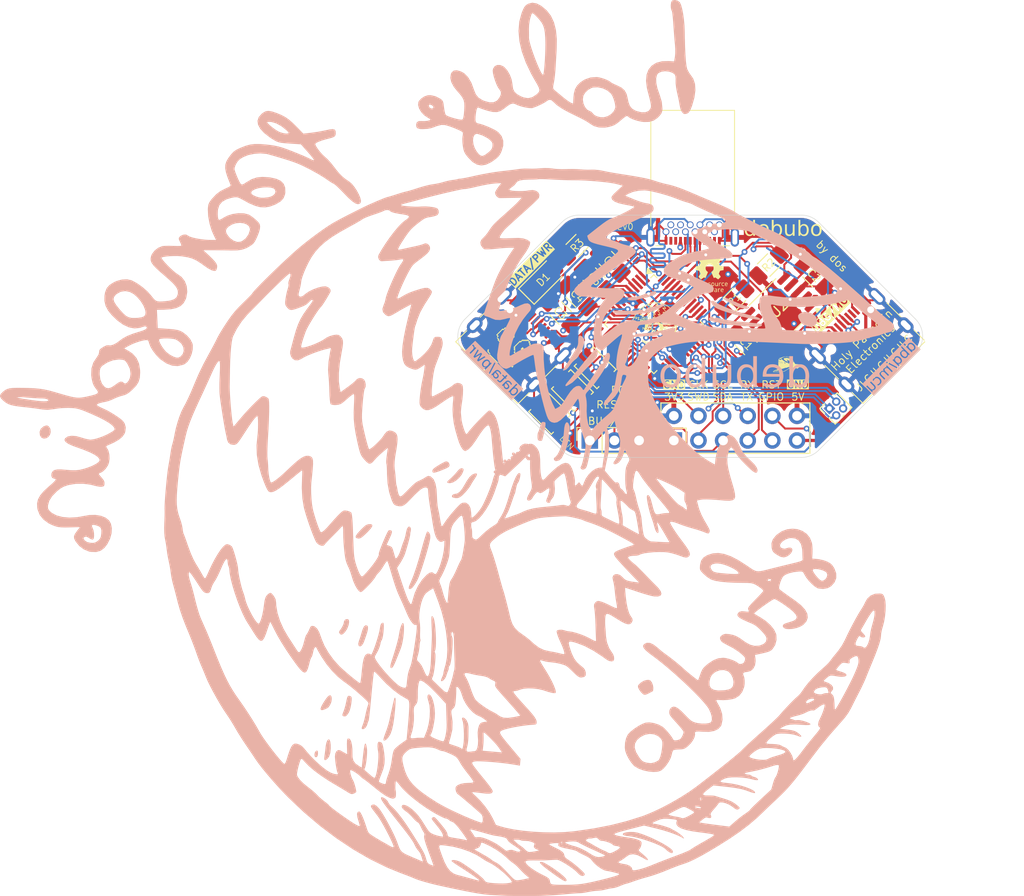
<source format=kicad_pcb>
(kicad_pcb
	(version 20240108)
	(generator "pcbnew")
	(generator_version "8.0")
	(general
		(thickness 1.6)
		(legacy_teardrops no)
	)
	(paper "A4")
	(layers
		(0 "F.Cu" signal)
		(1 "In1.Cu" power)
		(2 "In2.Cu" power)
		(31 "B.Cu" signal)
		(32 "B.Adhes" user "B.Adhesive")
		(33 "F.Adhes" user "F.Adhesive")
		(34 "B.Paste" user)
		(35 "F.Paste" user)
		(36 "B.SilkS" user "B.Silkscreen")
		(37 "F.SilkS" user "F.Silkscreen")
		(38 "B.Mask" user)
		(39 "F.Mask" user)
		(40 "Dwgs.User" user "User.Drawings")
		(41 "Cmts.User" user "User.Comments")
		(42 "Eco1.User" user "User.Eco1")
		(43 "Eco2.User" user "User.Eco2")
		(44 "Edge.Cuts" user)
		(45 "Margin" user)
		(46 "B.CrtYd" user "B.Courtyard")
		(47 "F.CrtYd" user "F.Courtyard")
		(48 "B.Fab" user)
		(49 "F.Fab" user)
		(50 "User.1" user)
		(51 "User.2" user)
		(52 "User.3" user)
		(53 "User.4" user)
		(54 "User.5" user)
		(55 "User.6" user)
		(56 "User.7" user)
		(57 "User.8" user)
		(58 "User.9" user)
	)
	(setup
		(stackup
			(layer "F.SilkS"
				(type "Top Silk Screen")
				(color "White")
			)
			(layer "F.Paste"
				(type "Top Solder Paste")
			)
			(layer "F.Mask"
				(type "Top Solder Mask")
				(color "Green")
				(thickness 0.01)
			)
			(layer "F.Cu"
				(type "copper")
				(thickness 0.035)
			)
			(layer "dielectric 1"
				(type "prepreg")
				(color "FR4 natural")
				(thickness 0.1)
				(material "FR4")
				(epsilon_r 4.5)
				(loss_tangent 0.02)
			)
			(layer "In1.Cu"
				(type "copper")
				(thickness 0.035)
			)
			(layer "dielectric 2"
				(type "core")
				(thickness 1.24)
				(material "FR4")
				(epsilon_r 4.5)
				(loss_tangent 0.02)
			)
			(layer "In2.Cu"
				(type "copper")
				(thickness 0.035)
			)
			(layer "dielectric 3"
				(type "prepreg")
				(thickness 0.1)
				(material "FR4")
				(epsilon_r 4.5)
				(loss_tangent 0.02)
			)
			(layer "B.Cu"
				(type "copper")
				(thickness 0.035)
			)
			(layer "B.Mask"
				(type "Bottom Solder Mask")
				(color "Green")
				(thickness 0.01)
			)
			(layer "B.Paste"
				(type "Bottom Solder Paste")
			)
			(layer "B.SilkS"
				(type "Bottom Silk Screen")
				(color "White")
			)
			(copper_finish "ENIG")
			(dielectric_constraints no)
		)
		(pad_to_mask_clearance 0)
		(allow_soldermask_bridges_in_footprints no)
		(pcbplotparams
			(layerselection 0x00010fc_ffffffff)
			(plot_on_all_layers_selection 0x0000000_00000000)
			(disableapertmacros no)
			(usegerberextensions yes)
			(usegerberattributes yes)
			(usegerberadvancedattributes yes)
			(creategerberjobfile yes)
			(dashed_line_dash_ratio 12.000000)
			(dashed_line_gap_ratio 3.000000)
			(svgprecision 4)
			(plotframeref no)
			(viasonmask no)
			(mode 1)
			(useauxorigin no)
			(hpglpennumber 1)
			(hpglpenspeed 20)
			(hpglpendiameter 15.000000)
			(pdf_front_fp_property_popups yes)
			(pdf_back_fp_property_popups yes)
			(dxfpolygonmode yes)
			(dxfimperialunits yes)
			(dxfusepcbnewfont yes)
			(psnegative no)
			(psa4output no)
			(plotreference yes)
			(plotvalue yes)
			(plotfptext yes)
			(plotinvisibletext no)
			(sketchpadsonfab no)
			(subtractmaskfromsilk yes)
			(outputformat 1)
			(mirror no)
			(drillshape 0)
			(scaleselection 1)
			(outputdirectory "gerbers/")
		)
	)
	(net 0 "")
	(net 1 "unconnected-(U1A-PB14-Pad26)")
	(net 2 "unconnected-(U1A-PF1-OSC_OUT-Pad9)")
	(net 3 "D+")
	(net 4 "D-")
	(net 5 "VBUS")
	(net 6 "unconnected-(U1A-PB4-Pad43)")
	(net 7 "unconnected-(U1A-PF0-OSC_IN-Pad8)")
	(net 8 "PD2_CC1")
	(net 9 "unconnected-(U1A-PB0-Pad19)")
	(net 10 "unconnected-(U1A-PB13-Pad25)")
	(net 11 "unconnected-(U1A-PC14-OSC32_IN-Pad2)")
	(net 12 "unconnected-(U1A-PC7-Pad31)")
	(net 13 "PD2_CC2")
	(net 14 "DBG_VBUS")
	(net 15 "DBG_D-")
	(net 16 "DBG_D+")
	(net 17 "Net-(J2-CC1)")
	(net 18 "Net-(J2-CC2)")
	(net 19 "SBU1")
	(net 20 "PD1_CC2")
	(net 21 "unconnected-(U1A-PB9-Pad48)")
	(net 22 "unconnected-(U1A-PA12[PA10]-Pad34)")
	(net 23 "unconnected-(U1A-PB12-Pad24)")
	(net 24 "PD1_CC1")
	(net 25 "unconnected-(U1A-PB8-Pad47)")
	(net 26 "SBU2")
	(net 27 "I2C_SCL")
	(net 28 "RESET")
	(net 29 "unconnected-(U1A-PB3-Pad42)")
	(net 30 "unconnected-(U1A-PC15-OSC32_OUT-Pad3)")
	(net 31 "SWDIO")
	(net 32 "I2C_SDA")
	(net 33 "BOOT")
	(net 34 "unconnected-(U1A-PB5-Pad44)")
	(net 35 "STM_RX")
	(net 36 "unconnected-(U1A-PB1-Pad20)")
	(net 37 "V3")
	(net 38 "STM_TX")
	(net 39 "Net-(U1B-VREF+)")
	(net 40 "Net-(D1-A)")
	(net 41 "GPIO")
	(net 42 "LED")
	(net 43 "BTN")
	(net 44 "SPI_MISO")
	(net 45 "SPI_MOSI")
	(net 46 "unconnected-(U1A-PA15-Pad37)")
	(net 47 "SPI_NSS")
	(net 48 "SPI_SCK")
	(net 49 "GND")
	(net 50 "BD+")
	(net 51 "BD-")
	(footprint "LOGO" (layer "F.Cu") (at 151.5 98.9))
	(footprint "Capacitor_SMD:C_1206_3216Metric_Pad1.33x1.80mm_HandSolder" (layer "F.Cu") (at 131.5951 90.0951 -45))
	(footprint "Button_Switch_SMD:SW_SPST_B3U-1000P" (layer "F.Cu") (at 127 103.95 135))
	(footprint "Debubo:SolderJumperSmol" (layer "F.Cu") (at 134.517157 86.717157 -45))
	(footprint "Capacitor_SMD:C_1206_3216Metric_Pad1.33x1.80mm_HandSolder" (layer "F.Cu") (at 129.8451 91.8451 135))
	(footprint "Capacitor_SMD:C_1206_3216Metric_Pad1.33x1.80mm_HandSolder" (layer "F.Cu") (at 147.25 96.75 135))
	(footprint "LOGO" (layer "F.Cu") (at 122.75 97.25 -45))
	(footprint "Capacitor_SMD:C_1206_3216Metric_Pad1.33x1.80mm_HandSolder" (layer "F.Cu") (at 154.25 89.75 135))
	(footprint "Capacitor_SMD:C_1206_3216Metric_Pad1.33x1.80mm_HandSolder" (layer "F.Cu") (at 133.25 88.3951 135))
	(footprint "Package_QFP:LQFP-48_7x7mm_P0.5mm" (layer "F.Cu") (at 137.75 94.75 -45))
	(footprint "Resistor_SMD:R_1206_3216Metric_Pad1.30x1.75mm_HandSolder" (layer "F.Cu") (at 149.596 88.654 45))
	(footprint "LOGO"
		(layer "F.Cu")
		(uuid "4785eff3-e543-4da4-b599-ea83da64dc85")
		(at 137.721624 94.35644)
		(property "Reference" "GPANG"
			(at 0 0 0)
			(layer "F.SilkS")
			(hide yes)
			(uuid "97468709-a4d4-4dba-b48b-3ea4b6fea43f")
			(effects
				(font
					(size 1.5 1.5)
					(thickness 0.3)
				)
			)
		)
		(property "Value" "LOGO"
			(at 0.75 0 0)
			(layer "F.SilkS")
			(hide yes)
			(uuid "6daeae5d-edac-4c57-9798-fda9de553c26")
			(effects
				(font
					(size 1.5 1.5)
					(thickness 0.3)
				)
			)
		)
		(property "Footprint" "LOGO"
			(at 0 0 0)
			(unlocked yes)
			(layer "F.Fab")
			(hide yes)
			(uuid "f22c43c4-e540-4514-ae0e-6121c9681813")
			(effects
				(font
					(size 1.27 1.27)
					(thickness 0.15)
				)
			)
		)
		(property "Datasheet" ""
			(at 0 0 0)
			(unlocked yes)
			(layer "F.Fab")
			(hide yes)
			(uuid "fc718c03-6242-424a-afe7-693a5f74999c")
			(effects
				(font
					(size 1.27 1.27)
					(thickness 0.15)
				)
			)
		)
		(property "Description" ""
			(at 0 0 0)
			(unlocked yes)
			(layer "F.Fab")
			(hide yes)
			(uuid "b837c190-3137-441e-b8ad-e8a1ef3dd34a")
			(effects
				(font
					(size 1.27 1.27)
					(thickness 0.15)
				)
			)
		)
		(attr board_only exclude_from_pos_files exclude_from_bom)
		(fp_poly
			(pts
				(xy 2.093733 0.587019) (xy 2.103678 0.595358) (xy 2.109433 0.604975) (xy 2.109011 0.610894) (xy 2.101548 0.616413)
				(xy 2.091148 0.612209) (xy 2.083789 0.605688) (xy 2.074338 0.593558) (xy 2.074319 0.58593) (xy 2.082928 0.583461)
			)
			(stroke
				(width 0)
				(type solid)
			)
			(fill solid)
			(layer "F.SilkS")
			(uuid "ac657206-7708-43c0-a1e8-c783de963f3a")
		)
		(fp_poly
			(pts
				(xy -1.932415 0.436049) (xy -1.925149 0.445848) (xy -1.923187 0.450927) (xy -1.917452 0.479205)
				(xy -1.921547 0.502697) (xy -1.926811 0.511926) (xy -1.936295 0.525842) (xy -1.942654 0.536292)
				(xy -1.953549 0.545756) (xy -1.969758 0.549436) (xy -1.986971 0.547105) (xy -2.000121 0.539323)
				(xy -2.009805 0.522618) (xy -2.011184 0.502562) (xy -2.005499 0.481498) (xy -1.993991 0.461765)
				(xy -1.977899 0.445707) (xy -1.958466 0.435664) (xy -1.944024 0.433465)
			)
			(stroke
				(width 0)
				(type solid)
			)
			(fill solid)
			(layer "F.SilkS")
			(uuid "1ebe9809-4fe8-4c80-ad44-ce21a3ff5c95")
		)
		(fp_poly
			(pts
				(xy 0.291162 -0.18097) (xy 0.305685 -0.178322) (xy 0.32908 -0.174645) (xy 0.354861 -0.172493) (xy 0.364242 -0.17226)
				(xy 0.383564 -0.17141) (xy 0.392622 -0.168339) (xy 0.392171 -0.162265) (xy 0.383209 -0.152623) (xy 0.367257 -0.144378)
				(xy 0.34474 -0.140389) (xy 0.319403 -0.140772) (xy 0.294995 -0.145644) (xy 0.284784 -0.149575) (xy 0.268497 -0.158373)
				(xy 0.262059 -0.16572) (xy 0.264617 -0.173162) (xy 0.269293 -0.177642) (xy 0.277661 -0.181298)
			)
			(stroke
				(width 0)
				(type solid)
			)
			(fill solid)
			(layer "F.SilkS")
			(uuid "219769a4-c93b-43b4-a94a-8eebe24ec2ae")
		)
		(fp_poly
			(pts
				(xy 1.821885 0.375303) (xy 1.845162 0.381754) (xy 1.854544 0.384657) (xy 1.878995 0.393796) (xy 1.892572 0.402369)
				(xy 1.89522 0.410274) (xy 1.886887 0.417409) (xy 1.874021 0.422022) (xy 1.859689 0.425906) (xy 1.850723 0.426988)
				(xy 1.841688 0.425099) (xy 1.828698 0.420612) (xy 1.813897 0.412722) (xy 1.801074 0.401406) (xy 1.792672 0.389451)
				(xy 1.791134 0.379644) (xy 1.791716 0.378415) (xy 1.797033 0.373819) (xy 1.806466 0.372719)
			)
			(stroke
				(width 0)
				(type solid)
			)
			(fill solid)
			(layer "F.SilkS")
			(uuid "2976cb09-dd76-4521-8f9e-39d240b55eb0")
		)
		(fp_poly
			(pts
				(xy 0.987596 -0.2862) (xy 0.993506 -0.285602) (xy 1.020791 -0.281808) (xy 1.037653 -0.276844) (xy 1.044762 -0.270205)
				(xy 1.042787 -0.261388) (xy 1.036218 -0.253508) (xy 1.029685 -0.248883) (xy 1.020052 -0.246328)
				(xy 1.005136 -0.245685) (xy 0.982751 -0.246796) (xy 0.9641 -0.248303) (xy 0.937224 -0.251982) (xy 0.921243 -0.257445)
				(xy 0.916065 -0.264782) (xy 0.9216 -0.274081) (xy 0.931031 -0.281306) (xy 0.939621 -0.285765) (xy 0.949999 -0.287935)
				(xy 0.965035 -0.288014)
			)
			(stroke
				(width 0)
				(type solid)
			)
			(fill solid)
			(layer "F.SilkS")
			(uuid "a1f3aeea-364e-44a6-9f33-acc2d70590f8")
		)
		(fp_poly
			(pts
				(xy 1.433889 0.081229) (xy 1.437538 0.084741) (xy 1.446012 0.09153) (xy 1.461055 0.098914) (xy 1.47839 0.105067)
				(xy 1.491993 0.107996) (xy 1.501064 0.113136) (xy 1.503106 0.122709) (xy 1.500918 0.132624) (xy 1.492209 0.136835)
				(xy 1.486436 0.137543) (xy 1.471083 0.136057) (xy 1.452373 0.130656) (xy 1.445713 0.127894) (xy 1.425516 0.116454)
				(xy 1.411517 0.104182) (xy 1.405188 0.092721) (xy 1.407025 0.084741) (xy 1.417199 0.078697) (xy 1.422937 0.077795)
			)
			(stroke
				(width 0)
				(type solid)
			)
			(fill solid)
			(layer "F.SilkS")
			(uuid "6b006c0c-942b-4a76-8d3f-47ad988798a7")
		)
		(fp_poly
			(pts
				(xy 1.98597 0.578947) (xy 1.999716 0.586146) (xy 2.015612 0.598914) (xy 2.018323 0.60152) (xy 2.035036 0.617572)
				(xy 2.051841 0.633055) (xy 2.060257 0.640461) (xy 2.073606 0.653431) (xy 2.077198 0.661703) (xy 2.071022 0.665921)
				(xy 2.059784 0.666812) (xy 2.042286 0.663123) (xy 2.023211 0.65116) (xy 2.018502 0.647268) (xy 2.001906 0.631055)
				(xy 1.987336 0.613288) (xy 1.976889 0.596854) (xy 1.972664 0.584638) (xy 1.972653 0.584194) (xy 1.976305 0.578052)
			)
			(stroke
				(width 0)
				(type solid)
			)
			(fill solid)
			(layer "F.SilkS")
			(uuid "30d1cda9-4e39-43c1-8c94-f16a6dbcccdc")
		)
		(fp_poly
			(pts
				(xy 1.360202 0.18516) (xy 1.378611 0.193839) (xy 1.392034 0.202524) (xy 1.41137 0.215377) (xy 1.430826 0.227522)
				(xy 1.440593 0.233199) (xy 1.455701 0.244315) (xy 1.461418 0.255232) (xy 1.461431 0.255724) (xy 1.457244 0.264409)
				(xy 1.446039 0.26658) (xy 1.429843 0.262176) (xy 1.419668 0.257) (xy 1.395418 0.24271) (xy 1.378606 0.232563)
				(xy 1.367037 0.22516) (xy 1.358518 0.2191) (xy 1.351383 0.213422) (xy 1.341313 0.201336) (xy 1.340855 0.192584)
				(xy 1.347848 0.184787)
			)
			(stroke
				(width 0)
				(type solid)
			)
			(fill solid)
			(layer "F.SilkS")
			(uuid "c0b9abc3-53e5-4895-a3cd-2521847c850b")
		)
		(fp_poly
			(pts
				(xy 0.413586 -0.283612) (xy 0.414676 -0.282817) (xy 0.421077 -0.27524) (xy 0.419885 -0.268359) (xy 0.410173 -0.261336)
				(xy 0.39101 -0.253331) (xy 0.376471 -0.248327) (xy 0.351583 -0.240272) (xy 0.334994 -0.235608) (xy 0.324499 -0.234101)
				(xy 0.317891 -0.23552) (xy 0.312963 -0.23963) (xy 0.311401 -0.241453) (xy 0.306511 -0.254333) (xy 0.310187 -0.266879)
				(xy 0.316736 -0.272492) (xy 0.326101 -0.275344) (xy 0.342994 -0.278954) (xy 0.363929 -0.282587)
				(xy 0.366055 -0.282914) (xy 0.389798 -0.285914) (xy 0.404926 -0.286148)
			)
			(stroke
				(width 0)
				(type solid)
			)
			(fill solid)
			(layer "F.SilkS")
			(uuid "ce4f3cb3-bef1-4aea-9e48-3a9138344b38")
		)
		(fp_poly
			(pts
				(xy 1.465457 2.002335) (xy 1.466299 2.012863) (xy 1.463751 2.032398) (xy 1.457782 2.061456) (xy 1.448391 2.10045)
				(xy 1.439302 2.135626) (xy 1.432071 2.161223) (xy 1.426245 2.178531) (xy 1.421372 2.188842) (xy 1.416998 2.193446)
				(xy 1.415587 2.193934) (xy 1.409002 2.192961) (xy 1.406238 2.185056) (xy 1.405863 2.175565) (xy 1.407516 2.157252)
				(xy 1.411981 2.132822) (xy 1.418517 2.104896) (xy 1.426384 2.076095) (xy 1.43484 2.049041) (xy 1.443145 2.026356)
				(xy 1.450557 2.010661) (xy 1.453717 2.006232) (xy 1.461253 2.000297)
			)
			(stroke
				(width 0)
				(type solid)
			)
			(fill solid)
			(layer "F.SilkS")
			(uuid "75941cb2-c3a2-4af2-b84f-9d45d51ae054")
		)
		(fp_poly
			(pts
				(xy -1.646773 0.06286) (xy -1.647219 0.069096) (xy -1.651096 0.082747) (xy -1.657409 0.101035) (xy -1.665165 0.12118)
				(xy -1.673369 0.140405) (xy -1.678071 0.1503) (xy -1.690145 0.170935) (xy -1.703588 0.188594) (xy -1.716348 0.200931)
				(xy -1.726375 0.2056) (xy -1.726417 0.2056) (xy -1.733136 0.203819) (xy -1.733713 0.202686) (xy -1.730957 0.196903)
				(xy -1.723687 0.184336) (xy -1.713393 0.167553) (xy -1.711899 0.165178) (xy -1.698673 0.142274)
				(xy -1.686187 0.11746) (xy -1.678352 0.099148) (xy -1.669389 0.079714) (xy -1.659885 0.066528) (xy -1.651271 0.061234)
			)
			(stroke
				(width 0)
				(type solid)
			)
			(fill solid)
			(layer "F.SilkS")
			(uuid "9e7d9363-affc-47c0-b36b-875cde412a35")
		)
		(fp_poly
			(pts
				(xy 1.723499 0.456051) (xy 1.739203 0.467998) (xy 1.743829 0.471833) (xy 1.762782 0.486328) (xy 1.782952 0.499741)
				(xy 1.793448 0.505734) (xy 1.809096 0.514494) (xy 1.815802 0.520953) (xy 1.814859 0.527138) (xy 1.810396 0.532338)
				(xy 1.804117 0.537064) (xy 1.796134 0.53802) (xy 1.782841 0.535264) (xy 1.774381 0.532889) (xy 1.761489 0.526592)
				(xy 1.744364 0.514893) (xy 1.726611 0.500266) (xy 1.725829 0.499555) (xy 1.709979 0.484461) (xy 1.701436 0.474265)
				(xy 1.698853 0.466892) (xy 1.700636 0.460717) (xy 1.706278 0.452942) (xy 1.713212 0.451209)
			)
			(stroke
				(width 0)
				(type solid)
			)
			(fill solid)
			(layer "F.SilkS")
			(uuid "ab5a3f2e-d8c6-4a58-93da-27bef9253d04")
		)
		(fp_poly
			(pts
				(xy -0.282151 -0.070954) (xy -0.269412 -0.062244) (xy -0.254826 -0.052441) (xy -0.243916 -0.045979)
				(xy -0.240111 -0.044454) (xy -0.231681 -0.040297) (xy -0.220931 -0.030318) (xy -0.211208 -0.018253)
				(xy -0.205861 -0.00784) (xy -0.205601 -0.005927) (xy -0.209338 0.002826) (xy -0.217344 0.009681)
				(xy -0.224115 0.010705) (xy -0.228743 0.007533) (xy -0.239967 -0.000382) (xy -0.255126 -0.011162)
				(xy -0.273362 -0.024805) (xy -0.289987 -0.038304) (xy -0.299417 -0.046837) (xy -0.308417 -0.056701)
				(xy -0.310015 -0.062999) (xy -0.304999 -0.069681) (xy -0.304142 -0.070543) (xy -0.298052 -0.075501)
				(xy -0.291743 -0.075882)
			)
			(stroke
				(width 0)
				(type solid)
			)
			(fill solid)
			(layer "F.SilkS")
			(uuid "2064a8c6-da98-440b-82ba-6b895f9443d5")
		)
		(fp_poly
			(pts
				(xy 1.502965 0.647207) (xy 1.51445 0.655298) (xy 1.533024 0.669195) (xy 1.559134 0.689234) (xy 1.593224 0.715752)
				(xy 1.613008 0.731236) (xy 1.633292 0.745746) (xy 1.658081 0.761536) (xy 1.680923 0.774594) (xy 1.699194 0.78506)
				(xy 1.712858 0.794381) (xy 1.719527 0.800884) (xy 1.71982 0.801857) (xy 1.715135 0.807802) (xy 1.702904 0.809675)
				(xy 1.685868 0.807614) (xy 1.666767 0.801756) (xy 1.660132 0.79885) (xy 1.637266 0.785403) (xy 1.609897 0.764578)
				(xy 1.5774 0.73585) (xy 1.539147 0.698695) (xy 1.532732 0.692218) (xy 1.512594 0.671228) (xy 1.500216 0.656836)
				(xy 1.495038 0.648272) (xy 1.4965 0.644766) (xy 1.498122 0.644585)
			)
			(stroke
				(width 0)
				(type solid)
			)
			(fill solid)
			(layer "F.SilkS")
			(uuid "8c4e9124-530b-4685-a3a7-5ca136c6afa3")
		)
		(fp_poly
			(pts
				(xy -0.394818 0.026768) (xy -0.378783 0.039138) (xy -0.367441 0.050654) (xy -0.343563 0.074357)
				(xy -0.317013 0.096232) (xy -0.289697 0.115134) (xy -0.26352 0.129913) (xy -0.240386 0.139424) (xy -0.2222 0.142518)
				(xy -0.216446 0.141612) (xy -0.207342 0.142927) (xy -0.202548 0.150711) (xy -0.203924 0.160593)
				(xy -0.206786 0.164315) (xy -0.224012 0.173494) (xy -0.24403 0.173072) (xy -0.250055 0.170978) (xy -0.263018 0.165368)
				(xy -0.281211 0.157457) (xy -0.29323 0.152216) (xy -0.310503 0.142602) (xy -0.331629 0.127821) (xy -0.354228 0.109912)
				(xy -0.375919 0.09091) (xy -0.394321 0.072852) (xy -0.407055 0.057775) (xy -0.410668 0.051741) (xy -0.416283 0.034388)
				(xy -0.414735 0.024422) (xy -0.407191 0.021872)
			)
			(stroke
				(width 0)
				(type solid)
			)
			(fill solid)
			(layer "F.SilkS")
			(uuid "fec170a4-69cc-467a-8e5e-3f1a230f8936")
		)
		(fp_poly
			(pts
				(xy 0.265586 -0.103844) (xy 0.29326 -0.096543) (xy 0.313957 -0.088909) (xy 0.34638 -0.077656) (xy 0.371124 -0.07296)
				(xy 0.389405 -0.074712) (xy 0.400832 -0.081247) (xy 0.4117 -0.086687) (xy 0.422103 -0.085908) (xy 0.427707 -0.079476)
				(xy 0.427871 -0.077717) (xy 0.424252 -0.070049) (xy 0.41542 -0.059305) (xy 0.414232 -0.058094) (xy 0.403453 -0.050048)
				(xy 0.389706 -0.045864) (xy 0.370733 -0.045332) (xy 0.344281 -0.048245) (xy 0.330797 -0.050379)
				(xy 0.312194 -0.054198) (xy 0.296683 -0.058589) (xy 0.2919 -0.060495) (xy 0.280424 -0.064974) (xy 0.26271 -0.070736)
				(xy 0.248665 -0.074828) (xy 0.228386 -0.081441) (xy 0.21862 -0.087481) (xy 0.218832 -0.093579) (xy 0.227462 -0.099827)
				(xy 0.244201 -0.104869)
			)
			(stroke
				(width 0)
				(type solid)
			)
			(fill solid)
			(layer "F.SilkS")
			(uuid "aa57f71c-03df-4b13-9366-b692924adf74")
		)
		(fp_poly
			(pts
				(xy 0.688605 -0.011353) (xy 0.701975 -0.003788) (xy 0.721271 0.008305) (xy 0.744938 0.023957) (xy 0.767458 0.039424)
				(xy 0.826809 0.080025) (xy 0.878204 0.113407) (xy 0.921964 0.139766) (xy 0.958407 0.159302) (xy 0.968927 0.164305)
				(xy 0.987478 0.174007) (xy 0.996063 0.181753) (xy 0.996564 0.18643) (xy 0.988945 0.192856) (xy 0.973157 0.19307)
				(xy 0.948848 0.187033) (xy 0.924315 0.178183) (xy 0.907592 0.170196) (xy 0.883899 0.156993) (xy 0.855265 0.139887)
				(xy 0.823714 0.120187) (xy 0.791275 0.099205) (xy 0.759973 0.078252) (xy 0.731836 0.058637) (xy 0.70889 0.041673)
				(xy 0.693207 0.028711) (xy 0.682906 0.015382) (xy 0.678041 0.001283) (xy 0.679499 -0.010023) (xy 0.682717 -0.013419)
			)
			(stroke
				(width 0)
				(type solid)
			)
			(fill solid)
			(layer "F.SilkS")
			(uuid "8db06e1b-b52d-4d45-93b6-869ea0c98fa3")
		)
		(fp_poly
			(pts
				(xy 1.174462 0.325643) (xy 1.189649 0.334338) (xy 1.206815 0.346341) (xy 1.222795 0.359614) (xy 1.223649 0.360408)
				(xy 1.241211 0.375015) (xy 1.267123 0.393982) (xy 1.299981 0.416348) (xy 1.338381 0.441148) (xy 1.369781 0.46065)
				(xy 1.388205 0.473468) (xy 1.397243 0.483444) (xy 1.396588 0.49006) (xy 1.388732 0.492601) (xy 1.380305 0.490502)
				(xy 1.365211 0.484199) (xy 1.34645 0.474968) (xy 1.343023 0.473152) (xy 1.319133 0.460353) (xy 1.293981 0.446883)
				(xy 1.274581 0.436499) (xy 1.256804 0.425398) (xy 1.237379 0.410686) (xy 1.217639 0.393743) (xy 1.198918 0.375952)
				(xy 1.182547 0.358694) (xy 1.169859 0.343349) (xy 1.162187 0.331301) (xy 1.160864 0.32393) (xy 1.164419 0.322293)
			)
			(stroke
				(width 0)
				(type solid)
			)
			(fill solid)
			(layer "F.SilkS")
			(uuid "2a39b8c1-5611-4ea6-845e-23816d860d9a")
		)
		(fp_poly
			(pts
				(xy -0.827971 -0.209095) (xy -0.813612 -0.207488) (xy -0.792779 -0.20421) (xy -0.764276 -0.199139)
				(xy -0.726905 -0.192155) (xy -0.694597 -0.186018) (xy -0.661235 -0.17971) (xy -0.629973 -0.173885)
				(xy -0.603147 -0.168972) (xy -0.583096 -0.1654) (xy -0.573737 -0.163832) (xy -0.557549 -0.159956)
				(xy -0.550571 -0.155243) (xy -0.553519 -0.150501) (xy -0.559845 -0.148114) (xy -0.597189 -0.142649)
				(xy -0.639029 -0.144932) (xy -0.657216 -0.147259) (xy -0.682781 -0.150142) (xy -0.712031 -0.153178)
				(xy -0.735631 -0.15545) (xy -0.762647 -0.158354) (xy -0.786464 -0.16166) (xy -0.804391 -0.164948)
				(xy -0.813426 -0.167622) (xy -0.833021 -0.180726) (xy -0.843328 -0.194579) (xy -0.844629 -0.201246)
				(xy -0.844187 -0.205107) (xy -0.842061 -0.207783) (xy -0.837055 -0.209153)
			)
			(stroke
				(width 0)
				(type solid)
			)
			(fill solid)
			(layer "F.SilkS")
			(uuid "7846a38d-13d3-45fb-b3b8-ac7eea47cadf")
		)
		(fp_poly
			(pts
				(xy -1.572707 0.027122) (xy -1.570004 0.03947) (xy -1.569862 0.055766) (xy -1.572529 0.072099) (xy -1.578621 0.086904)
				(xy -1.590379 0.108737) (xy -1.60667 0.135838) (xy -1.626363 0.166442) (xy -1.648325 0.198788) (xy -1.671424 0.231112)
				(xy -1.693067 0.259779) (xy -1.71196 0.283295) (xy -1.725372 0.298073) (xy -1.733949 0.304646) (xy -1.738337 0.303548)
				(xy -1.739269 0.297894) (xy -1.736202 0.289467) (xy -1.72826 0.275608) (xy -1.719869 0.263164) (xy -1.696231 0.230008)
				(xy -1.677712 0.203286) (xy -1.662753 0.180553) (xy -1.64979 0.159362) (xy -1.637263 0.137269) (xy -1.62535 0.11512)
				(xy -1.613257 0.091375) (xy -1.603425 0.070364) (xy -1.596921 0.054484) (xy -1.594793 0.046475)
				(xy -1.591477 0.034326) (xy -1.583837 0.024764) (xy -1.577614 0.022227)
			)
			(stroke
				(width 0)
				(type solid)
			)
			(fill solid)
			(layer "F.SilkS")
			(uuid "30de9b28-1281-4ef3-b6e0-8562456619fa")
		)
		(fp_poly
			(pts
				(xy -1.189611 -0.319266) (xy -1.188677 -0.318487) (xy -1.189128 -0.312144) (xy -1.196811 -0.302514)
				(xy -1.209254 -0.291725) (xy -1.223985 -0.281907) (xy -1.238533 -0.275191) (xy -1.23916 -0.27499)
				(xy -1.252771 -0.269223) (xy -1.26941 -0.260248) (xy -1.27378 -0.257578) (xy -1.28833 -0.249498)
				(xy -1.299993 -0.2449) (xy -1.302625 -0.244498) (xy -1.311854 -0.241577) (xy -1.313766 -0.239605)
				(xy -1.322097 -0.234348) (xy -1.335431 -0.231615) (xy -1.347767 -0.232383) (xy -1.350648 -0.233603)
				(xy -1.35435 -0.240964) (xy -1.353275 -0.244173) (xy -1.345818 -0.250142) (xy -1.331071 -0.258206)
				(xy -1.312263 -0.266877) (xy -1.292623 -0.274667) (xy -1.275381 -0.280088) (xy -1.275279 -0.280113)
				(xy -1.258987 -0.286437) (xy -1.24252 -0.296024) (xy -1.241938 -0.296444) (xy -1.217804 -0.312341)
				(xy -1.200273 -0.319985)
			)
			(stroke
				(width 0)
				(type solid)
			)
			(fill solid)
			(layer "F.SilkS")
			(uuid "e3156611-c05e-4ac7-b329-8a1839c879ca")
		)
		(fp_poly
			(pts
				(xy -1.067143 -0.312935) (xy -1.0669 -0.310476) (xy -1.070969 -0.303113) (xy -1.081936 -0.290616)
				(xy -1.097943 -0.274693) (xy -1.117132 -0.257051) (xy -1.137644 -0.239399) (xy -1.157621 -0.223445)
				(xy -1.175204 -0.210898) (xy -1.175257 -0.210864) (xy -1.192876 -0.199202) (xy -1.207348 -0.189279)
				(xy -1.21561 -0.183196) (xy -1.21572 -0.183103) (xy -1.229129 -0.174514) (xy -1.248076 -0.165941)
				(xy -1.270278 -0.15798) (xy -1.293455 -0.151228) (xy -1.315325 -0.146281) (xy -1.333607 -0.143737)
				(xy -1.346019 -0.14419) (xy -1.350296 -0.14791) (xy -1.345445 -0.151808) (xy -1.332258 -0.158674)
				(xy -1.312784 -0.167518) (xy -1.290531 -0.176772) (xy -1.227823 -0.205464) (xy -1.174177 -0.238052)
				(xy -1.127911 -0.275587) (xy -1.11954 -0.283637) (xy -1.099388 -0.301926) (xy -1.083318 -0.313221)
				(xy -1.072261 -0.317049)
			)
			(stroke
				(width 0)
				(type solid)
			)
			(fill solid)
			(layer "F.SilkS")
			(uuid "10b1cf3e-69a6-4d0a-bd43-e0bd2cf87a8a")
		)
		(fp_poly
			(pts
				(xy 0.961002 2.19818) (xy 0.959021 2.207045) (xy 0.949464 2.220169) (xy 0.941332 2.228564) (xy 0.924047 2.247471)
				(xy 0.904913 2.272271) (xy 0.88511 2.300977) (xy 0.865817 2.331602) (xy 0.848211 2.362159) (xy 0.833472 2.39066)
				(xy 0.822778 2.415117) (xy 0.817309 2.433543) (xy 0.816845 2.438459) (xy 0.815084 2.453361) (xy 0.810737 2.468471)
				(xy 0.805207 2.479914) (xy 0.800394 2.483876) (xy 0.793765 2.480467) (xy 0.790943 2.477978) (xy 0.788761 2.468634)
				(xy 0.791312 2.451295) (xy 0.7979 2.427665) (xy 0.807831 2.399449) (xy 0.820408 2.368349) (xy 0.834938 2.33607)
				(xy 0.850724 2.304315) (xy 0.867073 2.274788) (xy 0.883288 2.249193) (xy 0.885681 2.245776) (xy 0.899308 2.230148)
				(xy 0.916564 2.215089) (xy 0.934338 2.202883) (xy 0.949521 2.195819) (xy 0.954863 2.194924)
			)
			(stroke
				(width 0)
				(type solid)
			)
			(fill solid)
			(layer "F.SilkS")
			(uuid "01551c69-6e29-4c37-a8cb-88ed8f939d3b")
		)
		(fp_poly
			(pts
				(xy -1.495502 0.100126) (xy -1.494772 0.103484) (xy -1.498673 0.115409) (xy -1.509684 0.133577)
				(xy -1.526761 0.156679) (xy -1.548862 0.183402) (xy -1.574944 0.212437) (xy -1.603965 0.242472)
				(xy -1.610261 0.24871) (xy -1.6422 0.279829) (xy -1.667385 0.303622) (xy -1.686722 0.320818) (xy -1.701118 0.332142)
				(xy -1.711479 0.338322) (xy -1.71871 0.340085) (xy -1.722681 0.338913) (xy -1.724723 0.337076) (xy -1.72499 0.334284)
				(xy -1.722709 0.329656) (xy -1.717105 0.322316) (xy -1.707403 0.311384) (xy -1.69283 0.295982) (xy -1.672611 0.275232)
				(xy -1.645972 0.248254) (xy -1.617425 0.219492) (xy -1.597086 0.197609) (xy -1.575244 0.171918)
				(xy -1.556534 0.147876) (xy -1.556081 0.147254) (xy -1.542555 0.128703) (xy -1.531078 0.113133)
				(xy -1.523549 0.103115) (xy -1.522211 0.101411) (xy -1.512855 0.095432) (xy -1.502407 0.095121)
			)
			(stroke
				(width 0)
				(type solid)
			)
			(fill solid)
			(layer "F.SilkS")
			(uuid "696d98d2-0c7a-4ea1-8161-0b6e94a12a6c")
		)
		(fp_poly
			(pts
				(xy -0.800957 -0.329451) (xy -0.790147 -0.317255) (xy -0.783158 -0.308956) (xy -0.776097 -0.302233)
				(xy -0.767288 -0.296312) (xy -0.755058 -0.29042) (xy -0.737732 -0.283782) (xy -0.713638 -0.275624)
				(xy -0.6811 -0.265174) (xy -0.669591 -0.261523) (xy -0.64043 -0.252305) (xy -0.620375 -0.245894)
				(xy -0.607969 -0.241641) (xy -0.601756 -0.2389) (xy -0.600278 -0.237021) (xy -0.602079 -0.235357)
				(xy -0.605702 -0.23326) (xy -0.605844 -0.233171) (xy -0.619146 -0.228769) (xy -0.637705 -0.230093)
				(xy -0.658581 -0.235569) (xy -0.678465 -0.239611) (xy -0.698322 -0.240457) (xy -0.701059 -0.240215)
				(xy -0.713818 -0.239912) (xy -0.727989 -0.242481) (xy -0.745834 -0.248646) (xy -0.769619 -0.259136)
				(xy -0.788944 -0.268426) (xy -0.811628 -0.283447) (xy -0.824373 -0.301065) (xy -0.826656 -0.320492)
				(xy -0.825929 -0.324067) (xy -0.820586 -0.335759) (xy -0.812468 -0.337593)
			)
			(stroke
				(width 0)
				(type solid)
			)
			(fill solid)
			(layer "F.SilkS")
			(uuid "e7bbed64-ffca-404b-a0cf-49fd67e1685b")
		)
		(fp_poly
			(pts
				(xy 0.187374 -1.866634) (xy 0.225124 -1.865443) (xy 0.266749 -1.8636) (xy 0.310744 -1.861217) (xy 0.355604 -1.858406)
				(xy 0.399821 -1.855279) (xy 0.44189 -1.85195) (xy 0.480305 -1.84853) (xy 0.51356 -1.845131) (xy 0.540148 -1.841866)
				(xy 0.558564 -1.838848) (xy 0.567103 -1.83632) (xy 0.573597 -1.835176) (xy 0.589074 -1.833486) (xy 0.611428 -1.831452)
				(xy 0.638552 -1.829276) (xy 0.647833 -1.828587) (xy 0.685621 -1.825287) (xy 0.717737 -1.820965)
				(xy 0.748785 -1.814782) (xy 0.783368 -1.805899) (xy 0.802953 -1.80032) (xy 0.833475 -1.791062) (xy 0.862675 -1.781536)
				(xy 0.88766 -1.772729) (xy 0.905537 -1.76563) (xy 0.908532 -1.76425) (xy 0.924119 -1.757266) (xy 0.947262 -1.747589)
				(xy 0.975094 -1.736387) (xy 1.00475 -1.72483) (xy 1.011332 -1.722319) (xy 1.078644 -1.695375) (xy 1.140656 -1.667415)
				(xy 1.203073 -1.635848) (xy 1.211376 -1.631418) (xy 1.246246 -1.613437) (xy 1.282021 -1.596245)
				(xy 1.315299 -1.581416) (xy 1.342679 -1.570522) (xy 1.344553 -1.569853) (xy 1.369242 -1.559054)
				(xy 1.3992 -1.542756) (xy 1.431387 -1.522835) (xy 1.462759 -1.501171) (xy 1.489214 -1.480538) (xy 1.50819 -1.465073)
				(xy 1.526076 -1.451349) (xy 1.539604 -1.441852) (xy 1.541783 -1.440511) (xy 1.554201 -1.431884)
				(xy 1.571054 -1.418469) (xy 1.588729 -1.403144) (xy 1.589016 -1.402883) (xy 1.608676 -1.385421)
				(xy 1.629361 -1.36769) (xy 1.644804 -1.354974) (xy 1.659428 -1.342432) (xy 1.679459 -1.324019) (xy 1.703268 -1.301357)
				(xy 1.729226 -1.276069) (xy 1.755702 -1.249777) (xy 1.781067 -1.224105) (xy 1.803692 -1.200676)
				(xy 1.821946 -1.181111) (xy 1.8342 -1.167034) (xy 1.836447 -1.164144) (xy 1.847252 -1.15067) (xy 1.8633 -1.132018)
				(xy 1.882125 -1.111014) (xy 1.895407 -1.096665) (xy 1.914762 -1.074785) (xy 1.932796 -1.052147)
				(xy 1.947028 -1.031977) (xy 1.9531 -1.021649) (xy 1.965571 -0.99901) (xy 1.980211 -0.974906) (xy 1.987324 -0.9641)
				(xy 2.000058 -0.944061) (xy 2.01416 -0.919689) (xy 2.02497 -0.899375) (xy 2.037266 -0.876358) (xy 2.05082 -0.853078)
				(xy 2.06141 -0.836514) (xy 2.07324 -0.817388) (xy 2.086165 -0.79357) (xy 2.0959 -0.773433) (xy 2.104999 -0.753627)
				(xy 2.117395 -0.727324) (xy 2.131444 -0.69798) (xy 2.145239 -0.669591) (xy 2.164225 -0.627315) (xy 2.183413 -0.57814)
				(xy 2.201241 -0.526143) (xy 2.205902 -0.511223) (xy 2.217046 -0.47567) (xy 2.229102 -0.438822) (xy 2.240912 -0.404114)
				(xy 2.251319 -0.374984) (xy 2.255486 -0.363969) (xy 2.265771 -0.336612) (xy 2.275591 -0.308928)
				(xy 2.283493 -0.28508) (xy 2.286509 -0.27506) (xy 2.293492 -0.251624) (xy 2.302158 -0.224273) (xy 2.309311 -0.202822)
				(xy 2.317045 -0.176892) (xy 2.325489 -0.142829) (xy 2.334076 -0.103542) (xy 2.342237 -0.061938)
				(xy 2.349406 -0.020926) (xy 2.355013 0.016586) (xy 2.358493 0.047692) (xy 2.358677 0.050011) (xy 2.361489 0.077769)
				(xy 2.36585 0.110633) (xy 2.370971 0.142845) (xy 2.37278 0.152811) (xy 2.377946 0.183286) (xy 2.383137 0.219208)
				(xy 2.387572 0.254938) (xy 2.389386 0.272282) (xy 2.392476 0.30355) (xy 2.395873 0.336181) (xy 2.399078 0.365456)
				(xy 2.400784 0.380133) (xy 2.403696 0.414604) (xy 2.405369 0.457672) (xy 2.405826 0.506892) (xy 2.405092 0.559818)
				(xy 2.403188 0.614007) (xy 2.40014 0.667012) (xy 2.397758 0.697375) (xy 2.38265 0.827937) (xy 2.36058 0.955895)
				(xy 2.331912 1.079982) (xy 2.297012 1.19893) (xy 2.256246 1.31147) (xy 2.20998 1.416334) (xy 2.167049 1.497707)
				(xy 2.15236 1.523619) (xy 2.139149 1.547444) (xy 2.128693 1.56684) (xy 2.122272 1.579466) (xy 2.121547 1.581058)
				(xy 2.114077 1.595017) (xy 2.101298 1.61559) (xy 2.084689 1.640592) (xy 2.065724 1.667836) (xy 2.045883 1.695135)
				(xy 2.032938 1.712233) (xy 1.991344 1.765887) (xy 1.955586 1.811457) (xy 1.924932 1.849828) (xy 1.898652 1.881881)
				(xy 1.876014 1.9085) (xy 1.856286 1.930567) (xy 1.838737 1.948965) (xy 1.828177 1.959351) (xy 1.751173 2.030605)
				(xy 1.67177 2.099455) (xy 1.592344 2.163941) (xy 1.515273 2.222105) (xy 1.475322 2.250296) (xy 1.450577 2.267458)
				(xy 1.42836 2.28318) (xy 1.410666 2.296028) (xy 1.399492 2.304564) (xy 1.397528 2.306235) (xy 1.386779 2.314147)
				(xy 1.370002 2.324515) (xy 1.353838 2.333481) (xy 1.333551 2.345012) (xy 1.314586 2.357254) (xy 1.303827 2.365317)
				(xy 1.28747 2.376925) (xy 1.26765 2.388131) (xy 1.261387 2.391086) (xy 1.243328 2.399997) (xy 1.227438 2.409382)
				(xy 1.223003 2.412534) (xy 1.210095 2.419929) (xy 1.191394 2.427677) (xy 1.178549 2.431857) (xy 1.160697 2.437405)
				(xy 1.147073 2.442424) (xy 1.141916 2.445005) (xy 1.134257 2.448834) (xy 1.119148 2.45504) (xy 1.099646 2.462377)
				(xy 1.096629 2.463463) (xy 1.072079 2.47291) (xy 1.043138 2.485018) (xy 1.015346 2.497454) (xy 1.010499 2.499735)
				(xy 0.985575 2.510594) (xy 0.954373 2.522755) (xy 0.921328 2.534546) (xy 0.897418 2.542322) (xy 0.868344 2.551568)
				(xy 0.839924 2.561115) (xy 0.815614 2.569773) (xy 0.800175 2.575794) (xy 0.775468 2.585436) (xy 0.748639 2.59413)
				(xy 0.718091 2.60224) (xy 0.682227 2.610132) (xy 0.639449 2.61817) (xy 0.588161 2.626717) (xy 0.552899 2.632202)
				(xy 0.46896 2.643625) (xy 0.393258 2.650914) (xy 0.323757 2.65418) (xy 0.258423 2.65353) (xy 0.211157 2.650558)
				(xy 0.187363 2.648735) (xy 0.156282 2.646656) (xy 0.121728 2.644562) (xy 0.087517 2.642694) (xy 0.083351 2.642483)
				(xy 0.052025 2.640526) (xy 0.021544 2.637696) (xy -0.009749 2.633701) (xy -0.043511 2.628248) (xy -0.081401 2.621044)
				(xy -0.125074 2.611799) (xy -0.176189 2.600218) (xy -0.235146 2.586311) (xy -0.325638 2.566173)
				(xy -0.415558 2.549351) (xy -0.510493 2.53481) (xy -0.518599 2.533696) (xy -0.556551 2.527464) (xy -0.588353 2.519494)
				(xy -0.618963 2.508428) (xy -0.632916 2.502415) (xy -0.651401 2.494326) (xy -0.676384 2.483637)
				(xy -0.704077 2.471961) (xy -0.72238 2.464339) (xy -0.750631 2.452184) (xy -0.779473 2.439001) (xy -0.804739 2.426731)
				(xy -0.816846 2.420396) (xy -0.838654 2.408641) (xy -0.8657 2.394342) (xy -0.893301 2.379967) (xy -0.902975 2.374991)
				(xy -0.948631 2.350923) (xy -0.987095 2.32922) (xy -1.017604 2.310356) (xy -1.039393 2.294802) (xy -1.050369 2.284305)
				(xy -0.857139 2.284305) (xy -0.856756 2.294328) (xy -0.848674 2.308559) (xy -0.840584 2.318331)
				(xy -0.829058 2.327871) (xy -0.812247 2.338375) (xy -0.7883 2.35104) (xy -0.766143 2.361907) (xy -0.743122 2.372529)
				(xy -0.715193 2.384708) (xy -0.684259 2.397693) (xy -0.652225 2.410731) (xy -0.620995 2.423067)
				(xy -0.592472 2.43395) (xy -0.568563 2.442626) (xy -0.551169 2.448342) (xy -0.542494 2.450343) (xy -0.540992 2.447164)
				(xy -0.543126 2.44359) (xy -0.56249 2.418607) (xy -0.575605 2.400335) (xy -0.583452 2.387041) (xy -0.584473 2.384155)
				(xy -0.511223 2.384155) (xy -0.506653 2.390338) (xy -0.494711 2.399636) (xy -0.478051 2.410369)
				(xy -0.459327 2.420855) (xy -0.441191 2.429414) (xy -0.437406 2.430925) (xy -0.414701 2.441922)
				(xy -0.400437 2.45393) (xy -0.395707 2.465903) (xy -0.396542 2.469988) (xy -0.397827 2.474595) (xy -0.396548 2.478172)
				(xy -0.391109 2.481274) (xy -0.379918 2.484456) (xy -0.361379 2.488271) (xy -0.333898 2.493274)
				(xy -0.325055 2.494844) (xy -0.294185 2.500608) (xy -0.261655 2.507158) (xy -0.232413 2.51348) (xy -0.219493 2.516499)
				(xy -0.196051 2.521727) (xy -0.174464 2.525716) (xy -0.158795 2.527729) (xy -0.156851 2.527826)
				(xy -0.144808 2.527631) (xy -0.141921 2.524572) (xy -0.146249 2.516378) (xy -0.146598 2.515828)
				(xy -0.15379 2.498814) (xy -0.155595 2.489906) (xy -0.05279 2.489906) (xy -0.048385 2.496768) (xy -0.037237 2.50664)
				(xy -0.022448 2.517374) (xy -0.007116 2.526819) (xy 0.005658 2.532826) (xy 0.010643 2.533887) (xy 0.019119 2.536878)
				(xy 0.033334 2.544679) (xy 0.048557 2.554495) (xy 0.078478 2.575103) (xy 0.168046 2.579575) (xy 0.198469 2.581276)
				(xy 0.224863 2.583095) (xy 0.245287 2.584871) (xy 0.257804 2.586444) (xy 0.26078 2.587279) (xy 0.267557 2.588351)
				(xy 0.281948 2.58786) (xy 0.297287 2.586324) (xy 0.319575 2.584429) (xy 0.347351 2.583324) (xy 0.375003 2.583221)
				(xy 0.37786 2.583281) (xy 0.425093 2.584425) (xy 0.446667 2.561068) (xy 0.531278 2.561068) (xy 0.532266 2.563546)
				(xy 0.537236 2.564466) (xy 0.547559 2.563726) (xy 0.564606 2.56122) (xy 0.589745 2.556846) (xy 0.624348 2.550501)
				(xy 0.626808 2.550045) (xy 0.652242 2.545579) (xy 0.674897 2.542042) (xy 0.691718 2.539888) (xy 0.69814 2.539444)
				(xy 0.70885 2.537631) (xy 0.727295 2.532706) (xy 0.750795 2.525444) (xy 0.774263 2.517473) (xy 0.824357 2.49982)
				(xy 0.866147 2.485308) (xy 0.901749 2.473214) (xy 0.933281 2.462816) (xy 0.952986 2.456502) (xy 0.980538 2.446929)
				(xy 1.006264 2.436469) (xy 1.0284 2.426021) (xy 1.045186 2.416487) (xy 1.054858 2.408764) (xy 1.055895 2.403967)
				(xy 1.050312 2.391153) (xy 1.052616 2.374157) (xy 1.055224 2.369197) (xy 1.135455 2.369197) (xy 1.136779 2.372371)
				(xy 1.142525 2.372741) (xy 1.150491 2.370351) (xy 1.16668 2.363687) (xy 1.189409 2.353506) (xy 1.216992 2.340568)
				(xy 1.247745 2.325629) (xy 1.252949 2.323053) (xy 1.292771 2.302898) (xy 1.324874 2.285597) (xy 1.351753 2.26963)
				(xy 1.375905 2.253473) (xy 1.399825 2.235605) (xy 1.41142 2.226407) (xy 1.43461 2.20745) (xy 1.455989 2.189442)
				(xy 1.473343 2.174285) (xy 1.484455 2.163879) (xy 1.485275 2.163028) (xy 1.494894 2.152062) (xy 1.497608 2.14439)
				(xy 1.494312 2.135389) (xy 1.491569 2.13048) (xy 1.48768 2.122921) (xy 1.486097 2.11578) (xy 1.487291 2.106712)
				(xy 1.491733 2.093373) (xy 1.499892 2.073419) (xy 1.505819 2.059514) (xy 1.51572 2.034001) (xy 1.576667 2.034001)
				(xy 1.603789 2.019818) (xy 1.621628 2.009905) (xy 1.637121 2.00031) (xy 1.643064 1.99609) (xy 1.648647 1.990537)
				(xy 1.652461 1.982762) (xy 1.655023 1.970451) (xy 1.655149 1.969127) (xy 1.671868 1.969127) (xy 1.67398 1.980874)
				(xy 1.677308 1.983767) (xy 1.684277 1.980891) (xy 1.696943 1.973532) (xy 1.705981 1.967681) (xy 1.721324 1.956045)
				(xy 1.740741 1.939469) (xy 1.760638 1.921058) (xy 1.765519 1.916281) (xy 1.782557 1.898941) (xy 1.792827 1.886864)
				(xy 1.797725 1.877777) (xy 1.798652 1.869406) (xy 1.797866 1.86369) (xy 1.79804 1.851373) (xy 1.800999 1.83065)
				(xy 1.80625 1.80373) (xy 1.813299 1.772828) (xy 1.821652 1.740153) (xy 1.830817 1.707917) (xy 1.837076 1.687939)
				(xy 1.843782 1.673023) (xy 1.853032 1.65894) (xy 1.862885 1.647834) (xy 1.8714 1.641848) (xy 1.876635 1.643125)
				(xy 1.876964 1.643908) (xy 1.876138 1.651246) (xy 1.872437 1.666546) (xy 1.866524 1.687235) (xy 1.86216 1.701264)
				(xy 1.851039 1.736828) (xy 1.841234 1.769797) (xy 1.833132 1.798711) (xy 1.827117 1.822113) (xy 1.823575 1.838544)
				(xy 1.82289 1.846546) (xy 1.823665 1.846981) (xy 1.828657 1.841341) (xy 1.838111 1.828655) (xy 1.850388 1.811161)
				(xy 1.857013 1.8014) (xy 1.872422 1.778808) (xy 1.888075 1.756445) (xy 1.901198 1.73826) (xy 1.904157 1.734302)
				(xy 1.917106 1.711723) (xy 1.923163 1.686272) (xy 1.922313 1.656441) (xy 1.91454 1.620723) (xy 1.902558 1.584826)
				(xy 1.891977 1.556318) (xy 1.884316 1.537111) (xy 1.878288 1.526221) (xy 1.872606 1.522662) (xy 1.865982 1.525448)
				(xy 1.85713 1.533596) (xy 1.847896 1.542992) (xy 1.813713 1.581549) (xy 1.782387 1.624799) (xy 1.755634 1.669918)
				(xy 1.735166 1.714079) (xy 1.724586 1.746356) (xy 1.718033 1.768673) (xy 1.710373 1.790007) (xy 1.70523 1.801676)
				(xy 1.697503 1.820392) (xy 1.69024 1.844257) (xy 1.683755 1.871222) (xy 1.67836 1.899239) (xy 1.674372 1.926261)
				(xy 1.672103 1.95024) (xy 1.671868 1.969127) (xy 1.655149 1.969127) (xy 1.656848 1.951289) (xy 1.658189 1.928199)
				(xy 1.660205 1.894359) (xy 1.662553 1.869095) (xy 1.665646 1.849868) (xy 1.669893 1.834141) (xy 1.675706 1.819376)
				(xy 1.675873 1.819003) (xy 1.681274 1.804588) (xy 1.683692 1.793516) (xy 1.683701 1.793085) (xy 1.6856 1.784497)
				(xy 1.690702 1.768291) (xy 1.698121 1.747179) (xy 1.70315 1.733712) (xy 1.71142 1.711804) (xy 1.717942 1.694072)
				(xy 1.721857 1.682877) (xy 1.722599 1.680251) (xy 1.71852 1.680479) (xy 1.711851 1.683506) (xy 1.692719 1.688944)
				(xy 1.675922 1.683521) (xy 1.672014 1.680404) (xy 1.665595 1.675801) (xy 1.660578 1.677432) (xy 1.654482 1.686878)
				(xy 1.650817 1.69392) (xy 1.634831 1.729541) (xy 1.620792 1.768838) (xy 1.610024 1.807602) (xy 1.603848 1.841623)
				(xy 1.603562 1.844316) (xy 1.600773 1.866693) (xy 1.597289 1.886493) (xy 1.593851 1.899518) (xy 1.593767 1.899733)
				(xy 1.59053 1.913012) (xy 1.587983 1.93269) (xy 1.586857 1.950426) (xy 1.585498 1.974004) (xy 1.583178 1.997113)
				(xy 1.581192 2.010273) (xy 1.576667 2.034001) (xy 1.51572 2.034001) (xy 1.517872 2.028455) (xy 1.526766 1.999646)
				(xy 1.532222 1.974712) (xy 1.533966 1.955277) (xy 1.531719 1.942965) (xy 1.526315 1.939313) (xy 1.51826 1.942833)
				(xy 1.504664 1.952194) (xy 1.488059 1.965599) (xy 1.482768 1.97023) (xy 1.460778 1.989087) (xy 1.436318 2.008906)
				(xy 1.414652 2.025423) (xy 1.414488 2.025542) (xy 1.396646 2.038675) (xy 1.38137 2.05026) (xy 1.371789 2.05792)
				(xy 1.371418 2.058242) (xy 1.365202 2.06778) (xy 1.357531 2.085383) (xy 1.349281 2.108253) (xy 1.341332 2.133589)
				(xy 1.334562 2.158591) (xy 1.329848 2.180461) (xy 1.328068 2.196397) (xy 1.328068 2.196458) (xy 1.326594 2.213493)
				(xy 1.322981 2.227245) (xy 1.322316 2.22863) (xy 1.313837 2.237336) (xy 1.303976 2.239108) (xy 1.298227 2.234989)
				(xy 1.297195 2.226459) (xy 1.298236 2.209834) (xy 1.30094 2.187852) (xy 1.304897 2.163249) (xy 1.309696 2.138763)
				(xy 1.314928 2.117132) (xy 1.316922 2.1103) (xy 1.322558 2.090792) (xy 1.324557 2.078395) (xy 1.32312 2.069792)
				(xy 1.319774 2.063624) (xy 1.315542 2.053463) (xy 1.315598 2.040676) (xy 1.320371 2.023267) (xy 1.33029 1.999238)
				(xy 1.336447 1.985943) (xy 1.343694 1.969307) (xy 1.347898 1.956985) (xy 1.348263 1.952099) (xy 1.342618 1.953515)
				(xy 1.330939 1.960116) (xy 1.319413 1.967898) (xy 1.304872 1.979373) (xy 1.299944 1.986142) (xy 1.302405 1.988342)
				(xy 1.309513 1.992127) (xy 1.31016 2.000069) (xy 1.303939 2.013167) (xy 1.290443 2.032418) (xy 1.278057 2.048113)
				(xy 1.263606 2.066597) (xy 1.252313 2.082297) (xy 1.245746 2.092968) (xy 1.244717 2.095872) (xy 1.242553 2.104704)
				(xy 1.237115 2.119027) (xy 1.234461 2.125099) (xy 1.223339 2.149933) (xy 1.2162 2.167088) (xy 1.212266 2.17893)
				(xy 1.210761 2.187822) (xy 1.210907 2.196129) (xy 1.210948 2.196618) (xy 1.210636 2.221097) (xy 1.20657 2.248151)
				(xy 1.199671 2.274023) (xy 1.190859 2.294957) (xy 1.184622 2.30405) (xy 1.171981 2.318709) (xy 1.160948 2.332769)
				(xy 1.160014 2.334068) (xy 1.149379 2.348978) (xy 1.141277 2.360238) (xy 1.135455 2.369197) (xy 1.055224 2.369197)
				(xy 1.062191 2.35595) (xy 1.067113 2.349878) (xy 1.078898 2.335908) (xy 1.088045 2.323617) (xy 1.089925 2.320613)
				(xy 1.09278 2.314115) (xy 1.089661 2.312088) (xy 1.078395 2.313667) (xy 1.074431 2.314448) (xy 1.054944 2.317116)
				(xy 1.036336 2.317841) (xy 1.035002 2.317784) (xy 1.010765 2.320838) (xy 0.99039 2.333119) (xy 0.973386 2.355131)
				(xy 0.959259 2.387376) (xy 0.955558 2.398954) (xy 0.950297 2.412307) (xy 0.945079 2.419002) (xy 0.943185 2.419067)
				(xy 0.940532 2.412538) (xy 0.940848 2.397499) (xy 0.94419 2.373135) (xy 0.948016 2.351903) (xy 0.949435 2.339515)
				(xy 0.946189 2.334574) (xy 0.940035 2.333844) (xy 0.928101 2.330342) (xy 0.914664 2.321841) (xy 0.913828 2.321137)
				(xy 0.904463 2.312128) (xy 0.902057 2.304409) (xy 0.905565 2.292902) (xy 0.907204 2.288932) (xy 0.914962 2.275308)
				(xy 0.927911 2.257365) (xy 0.935904 2.24775) (xy 1.025161 2.24775) (xy 1.030891 2.250312) (xy 1.03646 2.250492)
				(xy 1.050902 2.24912) (xy 1.069557 2.245688) (xy 1.075616 2.24426) (xy 1.092094 2.23876) (xy 1.100665 2.231517)
				(xy 1.102731 2.226264) (xy 1.128024 2.226264) (xy 1.131272 2.228058) (xy 1.14187 2.224118) (xy 1.149151 2.220499)
				(xy 1.165821 2.209452) (xy 1.177871 2.194681) (xy 1.187345 2.173235) (xy 1.191769 2.159043) (xy 1.200176 2.133924)
				(xy 1.210934 2.107703) (xy 1.222439 2.08388) (xy 1.233084 2.065959) (xy 1.236451 2.061562) (xy 1.243017 2.052359)
				(xy 1.251436 2.038729) (xy 1.259601 2.024345) (xy 1.265405 2.012878) (xy 1.266944 2.008408) (xy 1.262986 2.00815)
				(xy 1.252766 2.013297) (xy 1.238757 2.022386) (xy 1.223438 2.033956) (xy 1.222863 2.034425) (xy 1.210604 2.046787)
				(xy 1.202907 2.058916) (xy 1.201923 2.06225) (xy 1.198923 2.071439) (xy 1.191927 2.088479) (xy 1.181855 2.111255)
				(xy 1.169626 2.137651) (xy 1.164042 2.149364) (xy 1.151462 2.175651) (xy 1.140797 2.198177) (xy 1.132887 2.21515)
				(xy 1.128572 2.224777) (xy 1.128024 2.226264) (xy 1.102731 2.226264) (xy 1.103849 2.223422) (xy 1.108779 2.209334)
				(xy 1.113509 2.201017) (xy 1.118095 2.192507) (xy 1.125115 2.176362) (xy 1.133357 2.155449) (xy 1.137065 2.14545)
				(xy 1.145255 2.123086) (xy 1.152377 2.103912) (xy 1.157317 2.090914) (xy 1.158498 2.087956) (xy 1.159208 2.080225)
				(xy 1.151526 2.078232) (xy 1.139118 2.081898) (xy 1.134077 2.085969) (xy 1.12448 2.093579) (xy 1.11117 2.100536)
				(xy 1.098903 2.108258) (xy 1.094789 2.119761) (xy 1.094684 2.123033) (xy 1.092777 2.1357) (xy 1.08876 2.142362)
				(xy 1.079236 2.151412) (xy 1.068238 2.16613) (xy 1.058203 2.182655) (xy 1.051568 2.197127) (xy 1.05023 2.203413)
				(xy 1.046544 2.216598) (xy 1.041591 2.22296) (xy 1.031444 2.234183) (xy 1.027504 2.240311) (xy 1.025161 2.24775)
				(xy 0.935904 2.24775) (xy 0.943431 2.238695) (xy 0.945552 2.236346) (xy 0.971437 2.207202) (xy 0.989087 2.185509)
				(xy 0.998507 2.171261) (xy 1.000219 2.166017) (xy 0.998684 2.163485) (xy 0.993311 2.163618) (xy 0.982944 2.16686)
				(xy 0.96643 2.173655) (xy 0.942612 2.18445) (xy 0.910338 2.199688) (xy 0.900102 2.204584) (xy 0.824991 2.240583)
				(xy 0.780632 2.300561) (xy 0.754857 2.337041) (xy 0.731707 2.372951) (xy 0.712431 2.406172) (xy 0.698282 2.434585)
				(xy 0.692079 2.450536) (xy 0.688703 2.460143) (xy 0.686834 2.459506) (xy 0.685152 2.451795) (xy 0.685612 2.440277)
				(xy 0.689032 2.422537) (xy 0.694344 2.402706) (xy 0.700476 2.38492) (xy 0.704904 2.375519) (xy 0.708919 2.364838)
				(xy 0.709134 2.363668) (xy 0.712924 2.354654) (xy 0.721528 2.339582) (xy 0.733098 2.321286) (xy 0.745785 2.302603)
				(xy 0.757741 2.286369) (xy 0.765691 2.276887) (xy 0.773674 2.267909) (xy 0.775684 2.26328) (xy 0.770481 2.2627)
				(xy 0.756828 2.265867) (xy 0.739906 2.270634) (xy 0.721114 2.277335) (xy 0.704783 2.28681) (xy 0.687361 2.301402)
				(xy 0.675147 2.313345) (xy 0.659117 2.330079) (xy 0.650473 2.340736) (xy 0.648338 2.346671) (xy 0.651833 2.349236)
				(xy 0.651847 2.349239) (xy 0.661311 2.355739) (xy 0.667089 2.365135) (xy 0.667975 2.381154) (xy 0.660218 2.402291)
				(xy 0.643657 2.428815) (xy 0.618129 2.460996) (xy 0.590983 2.491161) (xy 0.571273 2.512461) (xy 0.554121 2.53152)
				(xy 0.541086 2.546568) (xy 0.533727 2.555832) (xy 0.532904 2.557135) (xy 0.531278 2.561068) (xy 0.446667 2.561068)
				(xy 0.473832 2.531659) (xy 0.493727 2.510003) (xy 0.512174 2.489712) (xy 0.527155 2.47302) (xy 0.53665 2.462161)
				(xy 0.53684 2.461936) (xy 0.551108 2.444979) (xy 0.524148 2.444979) (xy 0.507025 2.445838) (xy 0.497479 2.449305)
				(xy 0.492048 2.456714) (xy 0.491703 2.457482) (xy 0.483848 2.467585) (xy 0.475094 2.469172) (xy 0.468794 2.462139)
				(xy 0.467869 2.458225) (xy 0.465347 2.451606) (xy 0.458437 2.447078) (xy 0.444687 2.443555) (xy 0.428971 2.441002)
				(xy 0.408588 2.437638) (xy 0.391805 2.434201) (xy 0.382747 2.431606) (xy 0.373022 2.432901) (xy 0.361577 2.442607)
				(xy 0.34996 2.458513) (xy 0.339722 2.478408) (xy 0.332412 2.500082) (xy 0.331324 2.504999) (xy 0.327031 2.523369)
				(xy 0.322376 2.533379) (xy 0.315808 2.537721) (xy 0.312002 2.538516) (xy 0.30404 2.5389) (xy 0.300945 2.535174)
				(xy 0.301592 2.524592) (xy 0.302899 2.516289) (xy 0.308022 2.492816) (xy 0.316012 2.471263) (xy 0.328485 2.447935)
				(xy 0.342287 2.426251) (xy 0.353902 2.408544) (xy 0.36346 2.393554) (xy 0.368865 2.384575) (xy 0.371609 2.381241)
				(xy 0.483323 2.381241) (xy 0.486716 2.383855) (xy 0.492243 2.380045) (xy 0.497246 2.374728) (xy 0.534432 2.374728)
				(xy 0.5371 2.377993) (xy 0.546871 2.377579) (xy 0.556434 2.376168) (xy 0.576524 2.372329) (xy 0.59546 2.367594)
				(xy 0.598742 2.366591) (xy 0.610898 2.361139) (xy 0.616716 2.35552) (xy 0.616801 2.354924) (xy 0.620268 2.347732)
				(xy 0.629119 2.335823) (xy 0.635791 2.328063) (xy 0.648472 2.312969) (xy 0.658583 2.299031) (xy 0.664614 2.288568)
				(xy 0.665051 2.283894) (xy 0.664649 2.283833) (xy 0.658468 2.285001) (xy 0.643987 2.288136) (xy 0.623729 2.292684)
				(xy 0.611208 2.295549) (xy 0.58746 2.301159) (xy 0.572106 2.305677) (xy 0.562711 2.310494) (xy 0.556839 2.317003)
				(xy 0.552053 2.326599) (xy 0.550469 2.330279) (xy 0.543315 2.347767) (xy 0.537536 2.363211) (xy 0.536401 2.366606)
				(xy 0.534432 2.374728) (xy 0.497246 2.374728) (xy 0.500423 2.371352) (xy 0.508965 2.359411) (xy 0.510472 2.353586)
				(xy 0.505319 2.355054) (xy 0.497331 2.361627) (xy 0.486875 2.373233) (xy 0.483323 2.381241) (xy 0.371609 2.381241)
				(xy 0.375806 2.376142) (xy 0.388358 2.364235) (xy 0.398038 2.356096) (xy 0.414682 2.34162) (xy 0.416302 2.3394)
				(xy 0.44732 2.3394) (xy 0.44776 2.344521) (xy 0.44977 2.344957) (xy 0.455429 2.340923) (xy 0.455655 2.3394)
				(xy 0.453759 2.333988) (xy 0.453205 2.333844) (xy 0.44846 2.337737) (xy 0.44732 2.3394) (xy 0.416302 2.3394)
				(xy 0.421872 2.331765) (xy 0.419248 2.325889) (xy 0.406449 2.323349) (xy 0.383115 2.323504) (xy 0.379845 2.32366)
				(xy 0.337375 2.325805) (xy 0.277292 2.388217) (xy 0.245092 2.423043) (xy 0.22061 2.452788) (xy 0.202631 2.47898)
				(xy 0.196123 2.49042) (xy 0.185755 2.508545) (xy 0.17674 2.521727) (xy 0.170623 2.527784) (xy 0.169572 2.527881)
				(xy 0.165881 2.520865) (xy 0.168505 2.506941) (xy 0.176546 2.487655) (xy 0.189109 2.464556) (xy 0.205296 2.439192)
				(xy 0.224213 2.413109) (xy 0.24496 2.387857) (xy 0.260242 2.371352) (xy 0.277832 2.352723) (xy 0.286992 2.340759)
				(xy 0.287581 2.334721) (xy 0.279457 2.33387) (xy 0.262477 2.337466) (xy 0.254172 2.339706) (xy 0.237911 2.347379)
				(xy 0.217043 2.361721) (xy 0.193878 2.380705) (xy 0.170727 2.402302) (xy 0.149901 2.424483) (xy 0.13371 2.445222)
				(xy 0.133362 2.445738) (xy 0.119594 2.464519) (xy 0.109157 2.475287) (xy 0.102755 2.477633) (xy 0.101092 2.471145)
				(xy 0.102427 2.463763) (xy 0.10684 2.451729) (xy 0.111546 2.445905) (xy 0.115934 2.439546) (xy 0.116692 2.434083)
				(xy 0.120709 2.422336) (xy 0.125331 2.416943) (xy 0.135262 2.405919) (xy 0.139812 2.398856) (xy 0.141788 2.393556)
				(xy 0.138589 2.39296) (xy 0.128622 2.397428) (xy 0.115893 2.404237) (xy 0.097921 2.414056) (xy 0.08247 2.422458)
				(xy 0.075016 2.426479) (xy 0.052812 2.437572) (xy 0.024859 2.450444) (xy -0.004179 2.462993) (xy -0.022227 2.470294)
				(xy -0.038592 2.477876) (xy -0.049683 2.485321) (xy -0.05279 2.489906) (xy -0.155595 2.489906) (xy -0.158142 2.477341)
				(xy -0.159264 2.45566) (xy -0.158384 2.449439) (xy -0.138919 2.449439) (xy -0.13541 2.454263) (xy -0.124461 2.453687)
				(xy -0.105438 2.447559) (xy -0.077707 2.435726) (xy -0.073004 2.433564) (xy -0.053338 2.425261)
				(xy -0.036076 2.419371) (xy -0.025188 2.417195) (xy -0.014987 2.413422) (xy -0.001367 2.403485)
				(xy 0.013806 2.389461) (xy 0.028663 2.373424) (xy 0.041336 2.357451) (xy 0.049958 2.343617) (xy 0.052661 2.333997)
				(xy 0.051667 2.331796) (xy 0.042999 2.329016) (xy 0.027128 2.328211) (xy 0.007751 2.329173) (xy -0.011438 2.331698)
				(xy -0.026742 2.335578) (xy -0.028495 2.336273) (xy -0.044735 2.345652) (xy -0.064 2.360471) (xy -0.084375 2.378769)
				(xy -0.103949 2.398588) (xy -0.120809 2.417965) (xy -0.133041 2.434942) (xy -0.138734 2.447558)
				(xy -0.138919 2.449439) (xy -0.158384 2.449439) (xy -0.156769 2.43802) (xy -0.154232 2.432328) (xy -0.146453 2.416819)
				(xy -0.142781 2.405929) (xy -0.136978 2.395481) (xy -0.124935 2.381135) (xy -0.10916 2.36585) (xy -0.107741 2.364614)
				(xy -0.091949 2.350559) (xy -0.083774 2.34178) (xy -0.082124 2.336647) (xy -0.085906 2.333531) (xy -0.086699 2.333206)
				(xy -0.101851 2.329986) (xy -0.122452 2.328824) (xy -0.143916 2.329634) (xy -0.161659 2.332331)
				(xy -0.168458 2.334735) (xy -0.186688 2.346878) (xy -0.207486 2.364417) (xy -0.22791 2.384462) (xy -0.24502 2.404125)
				(xy -0.255874 2.420517) (xy -0.255948 2.420668) (xy -0.265234 2.43718) (xy -0.272027 2.444088) (xy -0.275618 2.441261)
				(xy -0.275299 2.428567) (xy -0.274581 2.424141) (xy -0.270558 2.406475) (xy -0.264573 2.39192) (xy -0.254774 2.377357)
				(xy -0.239311 2.359665) (xy -0.231359 2.351256) (xy -0.202822 2.321437) (xy -0.225049 2.325235)
				(xy -0.24582 2.331163) (xy -0.267092 2.34254) (xy -0.290717 2.360597) (xy -0.318548 2.386563) (xy -0.320767 2.388775)
				(xy -0.341606 2.408512) (xy -0.356373 2.420038) (xy -0.364783 2.423161) (xy -0.366747 2.419789)
				(xy -0.363442 2.408731) (xy -0.355064 2.392881) (xy -0.343915 2.375758) (xy -0.332302 2.360882)
				(xy -0.322527 2.351771) (xy -0.322011 2.351463) (xy -0.310926 2.343794) (xy -0.305714 2.337506)
				(xy -0.305658 2.33706) (xy -0.302244 2.329357) (xy -0.296426 2.321778) (xy -0.291317 2.313818) (xy -0.294995 2.311425)
				(xy -0.306691 2.314483) (xy -0.325642 2.32288) (xy -0.33467 2.32749) (xy -0.354969 2.336969) (xy -0.375035 2.344442)
				(xy -0.38574 2.347283) (xy -0.406386 2.352409) (xy -0.422766 2.358793) (xy -0.432179 2.365255) (xy -0.433428 2.368076)
				(xy -0.43835 2.371036) (xy -0.450599 2.372644) (xy -0.454961 2.372741) (xy -0.476002 2.373771) (xy -0.494304 2.376472)
				(xy -0.506989 2.380259) (xy -0.511223 2.384155) (xy -0.584473 2.384155) (xy -0.587007 2.376992)
				(xy -0.587249 2.368456) (xy -0.586861 2.366126) (xy -0.585885 2.354941) (xy -0.590657 2.350899)
				(xy -0.596381 2.350514) (xy -0.611923 2.346303) (xy -0.620533 2.334888) (xy -0.621759 2.318093)
				(xy -0.619981 2.31262) (xy -0.587668 2.31262) (xy -0.587021 2.323314) (xy -0.582427 2.33448) (xy -0.577149 2.343974)
				(xy -0.572221 2.344223) (xy -0.565757 2.338366) (xy -0.554316 2.330391) (xy -0.545953 2.327886)
				(xy -0.536172 2.323777) (xy -0.52921 2.317676) (xy -0.483439 2.317676) (xy -0.479138 2.321275) (xy -0.473715 2.320741)
				(xy -0.461465 2.317723) (xy -0.445656 2.314307) (xy -0.445637 2.314304) (xy -0.432959 2.309332)
				(xy -0.430017 2.302981) (xy -0.437027 2.297526) (xy -0.443909 2.295907) (xy -0.456495 2.297369)
				(xy -0.470089 2.303312) (xy -0.480411 2.311379) (xy -0.483439 2.317676) (xy -0.52921 2.317676) (xy -0.525223 2.314182)
				(xy -0.515549 2.30216) (xy -0.50959 2.290767) (xy -0.509788 2.283064) (xy -0.509996 2.282837) (xy -0.523074 2.277237)
				(xy -0.54145 2.279921) (xy -0.563357 2.290593) (xy -0.56586 2.292212) (xy -0.581044 2.303348) (xy -0.587668 2.31262)
				(xy -0.619981 2.31262) (xy -0.615149 2.297742) (xy -0.611224 2.290644) (xy -0.604084 2.278308) (xy -0.600309 2.270569)
				(xy -0.600131 2.269806) (xy -0.605128 2.268287) (xy -0.617883 2.267331) (xy -0.627473 2.267162)
				(xy -0.641662 2.267579) (xy -0.651814 2.270045) (xy -0.660924 2.276386) (xy -0.671988 2.28843) (xy -0.681651 2.300187)
				(xy -0.699569 2.319325) (xy -0.714899 2.330667) (xy -0.726437 2.334545) (xy -0.732977 2.33129) (xy -0.733314 2.321235)
				(xy -0.726243 2.30471) (xy -0.716964 2.290465) (xy -0.708317 2.277136) (xy -0.70415 2.267817) (xy -0.704461 2.265333)
				(xy -0.711927 2.263242) (xy -0.726386 2.260521) (xy -0.735506 2.259101) (xy -0.752185 2.257268)
				(xy -0.762556 2.259019) (xy -0.771237 2.265922) (xy -0.777787 2.273465) (xy -0.787509 2.28457) (xy -0.79311 2.287941)
				(xy -0.797483 2.284468) (xy -0.800173 2.280345) (xy -0.80665 2.27312) (xy -0.816069 2.271222) (xy -0.829187 2.272944)
				(xy -0.848258 2.27774) (xy -0.857139 2.284305) (xy -1.050369 2.284305) (xy -1.051698 2.283034) (xy -1.051822 2.282867)
				(xy -1.06248 2.271975) (xy -1.07901 2.258786) (xy -1.095251 2.247813) (xy -1.121039 2.229683) (xy -1.147536 2.207265)
				(xy -1.172697 2.182686) (xy -1.194478 2.158071) (xy -1.208744 2.138422) (xy -1.119187 2.138422)
				(xy -1.113756 2.147486) (xy -1.104479 2.157807) (xy -1.089323 2.170947) (xy -1.074172 2.182216)
				(xy -1.051127 2.198102) (xy -1.035062 2.209398) (xy -1.023777 2.217783) (xy -1.015077 2.224938)
				(xy -1.006762 2.232541) (xy -1.00062 2.238425) (xy -0.980872 2.255163) (xy -0.961515 2.267603) (xy -0.94432 2.275085)
				(xy -0.93106 2.276949) (xy -0.923508 2.272534) (xy -0.922424 2.267566) (xy -0.918308 2.256736) (xy -0.908532 2.245928)
				(xy -0.897324 2.23459) (xy -0.895414 2.224707) (xy -0.903291 2.215443) (xy -0.921442 2.205963) (xy -0.934927 2.200733)
				(xy -0.94601 2.197859) (xy -0.949999 2.200733) (xy -0.950208 2.203) (xy -0.953747 2.213033) (xy -0.961805 2.221751)
				(xy -0.970542 2.225562) (xy -0.973518 2.224817) (xy -0.976578 2.217402) (xy -0.976762 2.203304)
				(xy -0.976329 2.199402) (xy -0.975777 2.182996) (xy -0.979565 2.175817) (xy -0.979862 2.175719)
				(xy -0.987535 2.173118) (xy -1.0031 2.167543) (xy -1.024039 2.159903) (xy -1.040446 2.153851) (xy -1.064638 2.145379)
				(xy -1.086297 2.138679) (xy -1.102475 2.134616) (xy -1.108645 2.1338) (xy -1.118148 2.134446) (xy -1.119187 2.138422)
				(xy -1.208744 2.138422) (xy -1.210833 2.135545) (xy -1.219161 2.119) (xy -1.224175 2.10314) (xy -1.225064 2.093577)
				(xy -1.221447 2.086142) (xy -1.215554 2.079462) (xy -1.191001 2.060446) (xy -1.163179 2.05129) (xy -1.13409 2.052353)
				(xy -1.111272 2.060793) (xy -1.094977 2.068124) (xy -1.073547 2.076037) (xy -1.058565 2.080763)
				(xy -1.034996 2.088457) (xy -1.004189 2.099808) (xy -0.968934 2.113687) (xy -0.932024 2.128964)
				(xy -0.896249 2.144512) (xy -0.864403 2.159202) (xy -0.863633 2.159571) (xy -0.828874 2.173349)
				(xy -0.790387 2.183886) (xy -0.777503 2.186367) (xy -0.753134 2.190785) (xy -0.730553 2.195417)
				(xy -0.713882 2.199404) (xy -0.711304 2.200144) (xy -0.697045 2.202778) (xy -0.675424 2.20481) (xy -0.650188 2.205933)
				(xy -0.639066 2.20606) (xy -0.601406 2.207416) (xy -0.561157 2.211128) (xy -0.521825 2.216707) (xy -0.486919 2.223664)
				(xy -0.4621 2.23073) (xy -0.442058 2.235933) (xy -0.421997 2.238376) (xy -0.417868 2.23839) (xy -0.401156 2.238794)
				(xy -0.376585 2.240575) (xy -0.34728 2.243396) (xy -0.316364 2.246922) (xy -0.286961 2.250818) (xy -0.262192 2.254748)
				(xy -0.2575 2.255618) (xy -0.243668 2.257346) (xy -0.220741 2.259146) (xy -0.190737 2.260907) (xy -0.155671 2.262517)
				(xy -0.117562 2.263866) (xy -0.098244 2.264401) (xy -0.059513 2.265517) (xy -0.022956 2.266842)
				(xy 0.009442 2.268282) (xy 0.035695 2.269744) (xy 0.05382 2.271135) (xy 0.059234 2.271778) (xy 0.073387 2.272828)
				(xy 0.097544 2.27331) (xy 0.13061 2.273247) (xy 0.171491 2.272662) (xy 0.219092 2.271579) (xy 0.272319 2.270019)
				(xy 0.330078 2.268005) (xy 0.391273 2.265561) (xy 0.422314 2.264207) (xy 0.478617 2.259776) (xy 0.54059 2.251607)
				(xy 0.60508 2.240335) (xy 0.668938 2.226593) (xy 0.729013 2.211018) (xy 0.782154 2.194243) (xy 0.797396 2.188643)
				(xy 0.888514 2.150786) (xy 0.978863 2.107141) (xy 1.070576 2.056589) (xy 1.162433 2.000076) (xy 1.27942 2.000076)
				(xy 1.28018 2.000437) (xy 1.285251 1.996525) (xy 1.286392 1.994881) (xy 1.287808 1.989686) (xy 1.287048 1.989324)
				(xy 1.281977 1.993236) (xy 1.280836 1.994881) (xy 1.27942 2.000076) (xy 1.162433 2.000076) (xy 1.165783 1.998015)
				(xy 1.183818 1.986297) (xy 1.230227 1.953618) (xy 1.278627 1.915417) (xy 1.312755 1.88592) (xy 1.415503 1.88592)
				(xy 1.415535 1.892003) (xy 1.421331 1.895491) (xy 1.422823 1.896054) (xy 1.431926 1.904236) (xy 1.43239 1.917504)
				(xy 1.425244 1.932166) (xy 1.421109 1.938654) (xy 1.42213 1.940317) (xy 1.429894 1.936949) (xy 1.443304 1.929797)
				(xy 1.459635 1.92007) (xy 1.472407 1.910932) (xy 1.476712 1.906862) (xy 1.481649 1.895394) (xy 1.483658 1.880266)
				(xy 1.485186 1.866286) (xy 1.508492 1.866286) (xy 1.508764 1.867239) (xy 1.515572 1.870445) (xy 1.524568 1.865152)
				(xy 1.533471 1.853033) (xy 1.536365 1.846965) (xy 1.54682 1.831164) (xy 1.559775 1.821508) (xy 1.57128 1.816461)
				(xy 1.577103 1.813716) (xy 1.577105 1.813715) (xy 1.579034 1.808151) (xy 1.582421 1.794585) (xy 1.586545 1.775916)
				(xy 1.586681 1.775266) (xy 1.594469 1.746381) (xy 1.605478 1.716546) (xy 1.618503 1.688158) (xy 1.632343 1.663611)
				(xy 1.645793 1.6453) (xy 1.656575 1.636129) (xy 1.668245 1.628215) (xy 1.671218 1.619636) (xy 1.670423 1.61521)
				(xy 1.66807 1.600885) (xy 1.667107 1.584741) (xy 1.665725 1.573321) (xy 1.662434 1.569323) (xy 1.66182 1.569574)
				(xy 1.656917 1.575196) (xy 1.647257 1.588248) (xy 1.634173 1.606866) (xy 1.619001 1.629185) (xy 1.616842 1.632416)
				(xy 1.601337 1.655358) (xy 1.587604 1.675119) (xy 1.57703 1.689739) (xy 1.571003 1.697262) (xy 1.570653 1.697593)
				(xy 1.563779 1.704811) (xy 1.552844 1.717547) (xy 1.54415 1.728167) (xy 1.532467 1.744126) (xy 1.527608 1.755339)
				(xy 1.528359 1.764739) (xy 1.528662 1.7656) (xy 1.529648 1.778815) (xy 1.525486 1.800132) (xy 1.519493 1.820174)
				(xy 1.513397 1.840515) (xy 1.509512 1.856844) (xy 1.508492 1.866286) (xy 1.485186 1.866286) (xy 1.485674 1.861818)
				(xy 1.489806 1.846599) (xy 1.494538 1.829964) (xy 1.497603 1.811033) (xy 1.497688 1.810071) (xy 1.499422 1.789185)
				(xy 1.483512 1.801735) (xy 1.472894 1.811638) (xy 1.467462 1.819673) (xy 1.467295 1.820572) (xy 1.463022 1.827606)
				(xy 1.452708 1.837586) (xy 1.448422 1.841019) (xy 1.433875 1.855047) (xy 1.422221 1.871143) (xy 1.420928 1.873614)
				(xy 1.415503 1.88592) (xy 1.312755 1.88592) (xy 1.327292 1.873355) (xy 1.3745 1.829096) (xy 1.418525 1.784303)
				(xy 1.457644 1.740639) (xy 1.490134 1.699767) (xy 1.508234 1.67335) (xy 1.523486 1.649107) (xy 1.511907 1.60371)
				(xy 1.504737 1.564588) (xy 1.501005 1.519659) (xy 1.500888 1.473742) (xy 1.504566 1.431657) (xy 1.505335 1.426701)
				(xy 1.507131 1.41143) (xy 1.506871 1.401899) (xy 1.505813 1.400306) (xy 1.500668 1.404196) (xy 1.49008 1.414631)
				(xy 1.475885 1.429753) (xy 1.467674 1.438868) (xy 1.446003 1.461887) (xy 1.42946 1.476066) (xy 1.417149 1.481906)
				(xy 1.408173 1.479907) (xy 1.40366 1.474566) (xy 1.401215 1.464724) (xy 1.399272 1.445074) (xy 1.397912 1.41691)
				(xy 1.397218 1.381531) (xy 1.397161 1.372522) (xy 1.396791 1.340831) (xy 1.396007 1.312308) (xy 1.394902 1.28913)
				(xy 1.393571 1.273476) (xy 1.392633 1.268377) (xy 1.389226 1.260437) (xy 1.384146 1.259013) (xy 1.373695 1.263543)
				(xy 1.370772 1.265042) (xy 1.360326 1.272469) (xy 1.343906 1.28658) (xy 1.323045 1.305864) (xy 1.299278 1.32881)
				(xy 1.274137 1.353907) (xy 1.249155 1.379644) (xy 1.225867 1.404511) (xy 1.205807 1.426996) (xy 1.202628 1.430708)
				(xy 1.174431 1.463888) (xy 1.159563 1.44902) (xy 1.144695 1.434152) (xy 1.144619 1.340823) (xy 1.14449 1.301367)
				(xy 1.144099 1.278141) (xy 1.202402 1.278141) (xy 1.203093 1.294153) (xy 1.206878 1.329698) (xy 1.249167 1.287409)
				(xy 1.291456 1.24512) (xy 1.269108 1.22408) (xy 1.252644 1.207343) (xy 1.236753 1.189251) (xy 1.231071 1.182052)
				(xy 1.22161 1.170081) (xy 1.215212 1.163269) (xy 1.213833 1.162612) (xy 1.211198 1.17026) (xy 1.208553 1.186248)
				(xy 1.206125 1.207802) (xy 1.204139 1.23215) (xy 1.202822 1.256521) (xy 1.202402 1.278141) (xy 1.144099 1.278141)
				(xy 1.143991 1.271714) (xy 1.142846 1.250552) (xy 1.14078 1.236571) (xy 1.137515 1.228461) (xy 1.132776 1.224911)
				(xy 1.126287 1.224611) (xy 1.120356 1.225674) (xy 1.104588 1.231136) (xy 1.081987 1.241639) (xy 1.054847 1.255886)
				(xy 1.025462 1.272577) (xy 0.996125 1.290414) (xy 0.969132 1.308096) (xy 0.948398 1.323064) (xy 0.937293 1.33065)
				(xy 0.930338 1.331392) (xy 0.924206 1.326675) (xy 0.918333 1.318742) (xy 0.914209 1.307507) (xy 0.911697 1.291439)
				(xy 0.910663 1.269004) (xy 0.91097 1.238672) (xy 0.912483 1.198911) (xy 0.912623 1.195911) (xy 0.913853 1.164907)
				(xy 0.914549 1.136994) (xy 0.914685 1.114439) (xy 0.914236 1.099508) (xy 0.913749 1.095449) (xy 0.910686 1.086445)
				(xy 0.905654 1.087148) (xy 0.901323 1.090729) (xy 0.889749 1.09773) (xy 0.873527 1.104067) (xy 0.87064 1.104903)
				(xy 0.851459 1.113744) (xy 0.828845 1.129716) (xy 0.805297 1.15055) (xy 0.783316 1.17398) (xy 0.765399 1.197736)
				(xy 0.761644 1.203807) (xy 0.746761 1.227687) (xy 0.733379 1.246306) (xy 0.722759 1.25804) (xy 0.716884 1.261387)
				(xy 0.710308 1.256142) (xy 0.702921 1.241508) (xy 0.695188 1.219137) (xy 0.687574 1.190678) (xy 0.680544 1.157784)
				(xy 0.674564 1.122105) (xy 0.67186 1.10163) (xy 0.668646 1.078043) (xy 0.665299 1.059219) (xy 0.662276 1.047464)
				(xy 0.660538 1.044673) (xy 0.654994 1.049054) (xy 0.647928 1.059627) (xy 0.647751 1.059954) (xy 0.639025 1.072522)
				(xy 0.625619 1.088113) (xy 0.616473 1.097462) (xy 0.596687 1.118664) (xy 0.5784 1.141987) (xy 0.564255 1.163871)
				(xy 0.558684 1.175257) (xy 0.556166 1.185811) (xy 0.553388 1.204023) (xy 0.550851 1.226463) (xy 0.55024 1.23316)
				(xy 0.547709 1.257334) (xy 0.544628 1.273088) (xy 0.540214 1.283113) (xy 0.533682 1.2901) (xy 0.533662 1.290116)
				(xy 0.517423 1.299274) (xy 0.504059 1.297742) (xy 0.493016 1.285405) (xy 0.490749 1.281033) (xy 0.485659 1.26821)
				(xy 0.4844 1.256232) (xy 0.486796 1.240384) (xy 0.488864 1.231373) (xy 0.493313 1.201355) (xy 0.491444 1.171419)
				(xy 0.482856 1.138282) (xy 0.474886 1.116911) (xy 0.464511 1.092195) (xy 0.456432 1.077574) (xy 0.449021 1.072745)
				(xy 0.440653 1.077404) (xy 0.429703 1.091247) (xy 0.419423 1.106552) (xy 0.393354 1.153206) (xy 0.370276 1.209611)
				(xy 0.350021 1.276205) (xy 0.342425 1.306842) (xy 0.336223 1.321796) (xy 0.326722 1.333819) (xy 0.316954 1.339156)
				(xy 0.316339 1.339182) (xy 0.305429 1.334227) (xy 0.295881 1.321704) (xy 0.28991 1.305126) (xy 0.288952 1.295736)
				(xy 0.284364 1.260726) (xy 0.271685 1.224847) (xy 0.252542 1.192618) (xy 0.251225 1.190901) (xy 0.237911 1.173314)
				(xy 0.225844 1.156551) (xy 0.220046 1.147952) (xy 0.21033 1.134609) (xy 0.196599 1.117907) (xy 0.187449 1.107613)
				(xy 0.175305 1.095385) (xy 0.165947 1.089445) (xy 0.15828 1.090659) (xy 0.151206 1.099894) (xy 0.143629 1.118016)
				(xy 0.134452 1.145891) (xy 0.132967 1.150655) (xy 0.121519 1.184576) (xy 0.111093 1.20854) (xy 0.100994 1.22357)
				(xy 0.090527 1.23069) (xy 0.078996 1.230921) (xy 0.078507 1.230803) (xy 0.064235 1.224613) (xy 0.057282 1.213409)
				(xy 0.055598 1.197484) (xy 0.051729 1.177159) (xy 0.04087 1.150285) (xy 0.023725 1.118333) (xy 0.001 1.082771)
				(xy -0.000595 1.080454) (xy -0.013346 1.062255) (xy -0.023554 1.048142) (xy -0.029725 1.040165)
				(xy -0.030818 1.039116) (xy -0.034109 1.043605) (xy -0.042033 1.05594) (xy -0.053526 1.074424) (xy -0.067525 1.09736)
				(xy -0.073189 1.106737) (xy -0.089738 1.133362) (xy -0.106238 1.158425) (xy -0.12097 1.179406) (xy -0.132213 1.193784)
				(xy -0.133891 1.195646) (xy -0.152261 1.211454) (xy -0.167354 1.216859) (xy -0.178642 1.212225)
				(xy -0.185594 1.197916) (xy -0.187684 1.174297) (xy -0.186749 1.159198) (xy -0.185053 1.140403)
				(xy -0.182917 1.113954) (xy -0.180607 1.083289) (xy -0.17839 1.051846) (xy -0.178281 1.05023) (xy -0.176212 1.021918)
				(xy -0.174111 0.9972) (xy -0.172196 0.978403) (xy -0.170688 0.967859) (xy -0.170433 0.966878) (xy -0.168128 0.956561)
				(xy -0.165535 0.940159) (xy -0.164503 0.932148) (xy -0.163155 0.916088) (xy -0.164573 0.908264)
				(xy -0.169418 0.905998) (xy -0.170977 0.905979) (xy -0.180872 0.909557) (xy -0.194401 0.918291)
				(xy -0.199834 0.92265) (xy -0.213014 0.932617) (xy -0.223677 0.938458) (xy -0.22645 0.939094) (xy -0.239588 0.942629)
				(xy -0.258793 0.952261) (xy -0.281982 0.96653) (xy -0.307073 0.983978) (xy -0.331984 1.003146) (xy -0.354631 1.022573)
				(xy -0.372932 1.040801) (xy -0.375082 1.043236) (xy -0.38961 1.062035) (xy -0.405287 1.085387) (xy -0.417132 1.10542)
				(xy -0.428804 1.125414) (xy -0.438093 1.137139) (xy -0.446816 1.142616) (xy -0.451513 1.143641)
				(xy -0.462661 1.143105) (xy -0.471076 1.137647) (xy -0.477218 1.125995) (xy -0.481549 1.106875)
				(xy -0.484528 1.079016) (xy -0.486352 1.04727) (xy -0.488487 1.010168) (xy -0.491333 0.976374) (xy -0.494679 0.947462)
				(xy -0.498312 0.925007) (xy -0.502021 0.910583) (xy -0.505434 0.905753) (xy -0.513608 0.910748)
				(xy -0.524627 0.924846) (xy -0.5375 0.946723) (xy -0.540757 0.952986) (xy -0.550491 0.970369) (xy -0.564311 0.992856)
				(xy -0.579789 1.016546) (xy -0.585719 1.025224) (xy -0.600734 1.047622) (xy -0.614612 1.069635)
				(xy -0.625141 1.087706) (xy -0.62807 1.09334) (xy -0.635689 1.107466) (xy -0.641639 1.113141) (xy -0.648289 1.112267)
				(xy -0.650357 1.111239) (xy -0.655416 1.108088) (xy -0.659253 1.103638) (xy -0.662455 1.095971)
				(xy -0.66561 1.083172) (xy -0.669306 1.063325) (xy -0.67413 1.034513) (xy -0.67441 1.032814) (xy -0.681951 0.998572)
				(xy -0.692579 0.965331) (xy -0.699834 0.948099) (xy -0.717367 0.911362) (xy -0.740088 0.922953)
				(xy -0.75203 0.931041) (xy -0.769556 0.94547) (xy -0.790655 0.96447) (xy -0.813315 0.986268) (xy -0.822834 0.995852)
				(xy -0.849225 1.022271) (xy -0.870087 1.040829) (xy -0.886764 1.05118) (xy -0.900603 1.052978) (xy -0.912947 1.045877)
				(xy -0.92514 1.029532) (xy -0.938528 1.003598) (xy -0.954455 0.967729) (xy -0.95721 0.961321) (xy -0.976394 0.918309)
				(xy -0.993317 0.884384) (xy -1.008941 0.857996) (xy -1.024229 0.837595) (xy -1.035834 0.825952)
				(xy -0.690192 0.825952) (xy -0.672945 0.843198) (xy -0.662306 0.855676) (xy -0.656239 0.866353)
				(xy -0.655699 0.869018) (xy -0.653503 0.879967) (xy -0.648146 0.893294) (xy -0.641474 0.905448)
				(xy -0.635335 0.912877) (xy -0.632556 0.913523) (xy -0.628692 0.906222) (xy -0.627915 0.89969) (xy -0.625766 0.887555)
				(xy -0.620457 0.871506) (xy -0.61904 0.868067) (xy -0.615627 0.857718) (xy -0.613159 0.843805) (xy -0.611508 0.824596)
				(xy -0.610542 0.798361) (xy -0.610134 0.763367) (xy -0.610098 0.748455) (xy -0.610219 0.716452)
				(xy -0.610597 0.688458) (xy -0.611184 0.666301) (xy -0.611934 0.651808) (xy -0.612699 0.646835)
				(xy -0.616219 0.650067) (xy -0.623012 0.661528) (xy -0.632124 0.679168) (xy -0.642603 0.700938)
				(xy -0.653494 0.724788) (xy -0.663844 0.748668) (xy -0.672701 0.770529) (xy -0.679111 0.78832) (xy -0.680318 0.792225)
				(xy -0.690192 0.825952) (xy -1.035834 0.825952) (xy -1.040141 0.821631) (xy -1.047637 0.815577)
				(xy -1.063846 0.804474) (xy -1.077891 0.796883) (xy -1.08536 0.794646) (xy -1.090916 0.795737) (xy -1.09329 0.800757)
				(xy -1.092953 0.812263) (xy -1.091218 0.826569) (xy -1.08847 0.851817) (xy -1.087452 0.87595) (xy -1.088182 0.902621)
				(xy -1.090679 0.935482) (xy -1.091807 0.947429) (xy -1.095405 0.977996) (xy -1.099493 0.998732)
				(xy -1.104518 1.010916) (xy -1.110922 1.01583) (xy -1.115538 1.015836) (xy -1.125608 1.008576) (xy -1.131871 0.992529)
				(xy -1.13393 0.969486) (xy -1.131679 0.94306) (xy -1.126888 0.898615) (xy -1.12777 0.861217) (xy -1.134416 0.828307)
				(xy -1.135909 0.823616) (xy -1.143851 0.792207) (xy -1.145863 0.764707) (xy -1.141944 0.743168)
				(xy -1.135972 0.733065) (xy -1.128252 0.726446) (xy -1.118463 0.723563) (xy -1.102936 0.723664)
				(xy -1.093809 0.724416) (xy -1.053954 0.733547) (xy -1.014447 0.753231) (xy -0.976353 0.782929)
				(xy -0.974801 0.784386) (xy -0.945687 0.811921) (xy -0.934375 0.781687) (xy -0.922158 0.745332)
				(xy -0.912419 0.707433) (xy -0.904887 0.666133) (xy -0.899291 0.619578) (xy -0.895363 0.565911)
				(xy -0.894158 0.536099) (xy -0.552861 0.536099) (xy -0.552194 0.55257) (xy -0.549037 0.572925) (xy -0.547023 0.590485)
				(xy -0.545406 0.616965) (xy -0.544263 0.650172) (xy -0.543672 0.687918) (xy -0.543683 0.724871)
				(xy -0.543808 0.7603) (xy -0.543623 0.792405) (xy -0.543163 0.819358) (xy -0.542462 0.839335) (xy -0.541555 0.850509)
				(xy -0.541285 0.851763) (xy -0.538355 0.858664) (xy -0.53396 0.858123) (xy -0.525979 0.851288) (xy -0.513574 0.842032)
				(xy -0.496579 0.83175) (xy -0.489876 0.828213) (xy -0.47799 0.821568) (xy -0.470987 0.814706) (xy -0.468926 0.805686)
				(xy -0.471863 0.792563) (xy -0.479854 0.773395) (xy -0.492227 0.747719) (xy -0.504156 0.721655)
				(xy -0.509986 0.703861) (xy -0.509862 0.693418) (xy -0.503932 0.689403) (xy -0.501499 0.689297)
				(xy -0.49526 0.694192) (xy -0.485853 0.707263) (xy -0.474393 0.726433) (xy -0.461998 0.749625) (xy -0.449784 0.77476)
				(xy -0.438867 0.799763) (xy -0.431165 0.820164) (xy -0.42332 0.840449) (xy -0.413759 0.861742) (xy -0.411747 0.865786)
				(xy -0.403879 0.884326) (xy -0.400432 0.899294) (xy -0.401637 0.908528) (xy -0.407034 0.910106)
				(xy -0.41348 0.904228) (xy -0.42197 0.891719) (xy -0.426238 0.883956) (xy -0.434124 0.869169) (xy -0.44026 0.858831)
				(xy -0.442039 0.85645) (xy -0.443483 0.859214) (xy -0.442735 0.872013) (xy -0.439898 0.894009) (xy -0.435077 0.924362)
				(xy -0.430203 0.952211) (xy -0.426512 0.97301) (xy -0.423745 0.989287) (xy -0.422381 0.998205) (xy -0.422315 0.998966)
				(xy -0.418594 0.996733) (xy -0.408557 0.98826) (xy -0.393893 0.975015) (xy -0.382028 0.963927) (xy -0.364474 0.947373)
				(xy -0.349789 0.933622) (xy -0.339949 0.924521) (xy -0.337134 0.922011) (xy -0.333145 0.914612)
				(xy -0.328691 0.900645) (xy -0.327299 0.89494) (xy -0.325032 0.881928) (xy -0.325764 0.871148) (xy -0.327739 0.866054)
				(xy -0.244498 0.866054) (xy -0.241765 0.869532) (xy -0.232329 0.866577) (xy -0.229217 0.865075)
				(xy -0.216865 0.859694) (xy -0.197593 0.852155) (xy -0.175012 0.843857) (xy -0.16861 0.841595) (xy -0.144739 0.833595)
				(xy -0.127646 0.829691) (xy -0.116298 0.831059) (xy -0.109666 0.838872) (xy -0.106719 0.854307)
				(xy -0.106424 0.878538) (xy -0.107676 0.911041) (xy -0.109248 0.943167) (xy -0.111072 0.976348)
				(xy -0.1129 1.006262) (xy -0.11422 1.025224) (xy -0.11761 1.069678) (xy -0.104635 1.055786) (xy -0.08513 1.034213)
				(xy -0.072382 1.017896) (xy -0.065039 1.004491) (xy -0.061748 0.991655) (xy -0.061125 0.980344)
				(xy -0.057779 0.959424) (xy -0.04912 0.944071) (xy -0.037215 0.935154) (xy -0.024128 0.933541) (xy -0.011927 0.940101)
				(xy -0.002678 0.955703) (xy -0.002656 0.955764) (xy 0.003891 0.969852) (xy 0.014906 0.98893) (xy 0.02814 1.009131)
				(xy 0.029688 1.011332) (xy 0.044351 1.032863) (xy 0.058448 1.05499) (xy 0.068994 1.073024) (xy 0.069224 1.073453)
				(xy 0.077995 1.088719) (xy 0.08534 1.099566) (xy 0.088224 1.102596) (xy 0.092597 1.099441) (xy 0.099361 1.088192)
				(xy 0.107123 1.071207) (xy 0.107835 1.069448) (xy 0.117639 1.046913) (xy 0.128462 1.024957) (xy 0.136476 1.0108)
				(xy 0.146295 0.996993) (xy 0.154893 0.990839) (xy 0.165871 0.989979) (xy 0.167963 0.990163) (xy 0.18076 0.993661)
				(xy 0.190491 1.003022) (xy 0.197106 1.014111) (xy 0.204887 1.026643) (xy 0.218006 1.045491) (xy 0.234794 1.068345)
				(xy 0.253582 1.092894) (xy 0.258638 1.099332) (xy 0.276836 1.122422) (xy 0.292827 1.142812) (xy 0.305213 1.158713)
				(xy 0.312598 1.168334) (xy 0.313761 1.169914) (xy 0.317492 1.174347) (xy 0.320822 1.174451) (xy 0.324848 1.168691)
				(xy 0.330671 1.15553) (xy 0.338841 1.13484) (xy 0.349522 1.111066) (xy 0.363446 1.085161) (xy 0.378783 1.060081)
				(xy 0.393705 1.038787) (xy 0.406382 1.024235) (xy 0.408205 1.022627) (xy 0.417541 1.01205) (xy 0.425553 0.999328)
				(xy 0.436635 0.985168) (xy 0.449312 0.97562) (xy 0.459867 0.970927) (xy 0.466093 0.972483) (xy 0.471893 0.981985)
				(xy 0.473997 0.986353) (xy 0.480264 1.00212) (xy 0.487178 1.023412) (xy 0.491834 1.040219) (xy 0.499138 1.065915)
				(xy 0.506845 1.087678) (xy 0.514083 1.103395) (xy 0.519977 1.11095) (xy 0.521208 1.111316) (xy 0.526352 1.10707)
				(xy 0.534788 1.096397) (xy 0.53886 1.090478) (xy 0.550006 1.075167) (xy 0.56518 1.056251) (xy 0.578679 1.040569)
				(xy 0.600127 1.011806) (xy 0.61463 0.980035) (xy 0.618217 0.964623) (xy 0.958189 0.964623) (xy 0.959296 0.971857)
				(xy 0.967263 0.979421) (xy 0.971341 0.982975) (xy 0.97436 0.987124) (xy 0.97642 0.993368) (xy 0.977619 1.003209)
				(xy 0.978057 1.018147) (xy 0.977831 1.039683) (xy 0.977042 1.069318) (xy 0.975788 1.108553) (xy 0.975781 1.108759)
				(xy 0.974748 1.143807) (xy 0.974049 1.174782) (xy 0.973702 1.200082) (xy 0.973726 1.218102) (xy 0.974138 1.227237)
				(xy 0.974405 1.228046) (xy 0.980136 1.225535) (xy 0.992907 1.218914) (xy 1.010086 1.209552) (xy 1.012187 1.208382)
				(xy 1.041427 1.189757) (xy 1.061081 1.171347) (xy 1.072542 1.15164) (xy 1.075963 1.139138) (xy 1.079872 1.124849)
				(xy 1.154125 1.124849) (xy 1.168663 1.115323) (xy 1.181566 1.108503) (xy 1.191414 1.105797) (xy 1.206775 1.110193)
				(xy 1.22482 1.12185) (xy 1.242562 1.138471) (xy 1.255237 1.154883) (xy 1.272326 1.178495) (xy 1.289952 1.197683)
				(xy 1.306548 1.211172) (xy 1.320545 1.21769) (xy 1.330378 1.215962) (xy 1.330386 1.215955) (xy 1.338982 1.209747)
				(xy 1.352206 1.201365) (xy 1.354347 1.200085) (xy 1.366386 1.19073) (xy 1.367953 1.183843) (xy 1.441708 1.183843)
				(xy 1.444081 1.202646) (xy 1.445226 1.207416) (xy 1.448056 1.223051) (xy 1.45053 1.246133) (xy 1.452307 1.272999)
				(xy 1.452905 1.289773) (xy 1.453822 1.314723) (xy 1.455245 1.335769) (xy 1.456958 1.350279) (xy 1.458281 1.355252)
				(xy 1.4643 1.356737) (xy 1.475837 1.349661) (xy 1.48194 1.344553) (xy 1.506169 1.326146) (xy 1.529373 1.313746)
				(xy 1.549471 1.308239) (xy 1.563212 1.309922) (xy 1.572482 1.318514) (xy 1.57972 1.332312) (xy 1.582993 1.346526)
				(xy 1.581424 1.355033) (xy 1.5797 1.361707) (xy 1.576683 1.377115) (xy 1.572745 1.399005) (xy 1.568256 1.425121)
				(xy 1.563589 1.453212) (xy 1.559116 1.481023) (xy 1.555206 1.506301) (xy 1.552232 1.526791) (xy 1.550566 1.540241)
				(xy 1.550339 1.543629) (xy 1.553738 1.555559) (xy 1.561943 1.568857) (xy 1.571965 1.579551) (xy 1.580467 1.58368)
				(xy 1.58492 1.578914) (xy 1.593377 1.565585) (xy 1.605021 1.545141) (xy 1.619038 1.519035) (xy 1.621686 1.51388)
				(xy 1.711791 1.51388) (xy 1.71357 1.549464) (xy 1.715179 1.57013) (xy 1.717304 1.591617) (xy 1.719411 1.603359)
				(xy 1.721896 1.606714) (xy 1.724903 1.603484) (xy 1.731122 1.594816) (xy 1.742681 1.580334) (xy 1.757553 1.562545)
				(xy 1.765007 1.553874) (xy 1.780823 1.535439) (xy 1.790322 1.523213) (xy 1.794516 1.515052) (xy 1.794415 1.508809)
				(xy 1.791029 1.502338) (xy 1.790013 1.500775) (xy 1.785684 1.491324) (xy 1.782903 1.477361) (xy 1.78141 1.456729)
				(xy 1.780946 1.427271) (xy 1.780945 1.425567) (xy 1.781049 1.398772) (xy 1.781623 1.381104) (xy 1.783061 1.370578)
				(xy 1.785756 1.365208) (xy 1.7901 1.363007) (xy 1.793448 1.362411) (xy 1.799165 1.362069) (xy 1.802814 1.364321)
				(xy 1.804871 1.371146) (xy 1.805811 1.384521) (xy 1.806111 1.406423) (xy 1.806147 1.415201) (xy 1.807029 1.44422)
				(xy 1.80929 1.466888) (xy 1.812696 1.481026) (xy 1.81337 1.482421) (xy 1.820397 1.495076) (xy 1.831815 1.482421)
				(xy 1.841647 1.469546) (xy 1.852562 1.452496) (xy 1.855971 1.446516) (xy 1.864161 1.428265) (xy 1.86641 1.411206)
				(xy 1.865154 1.396505) (xy 1.862487 1.376542) (xy 1.859122 1.351503) (xy 1.856281 1.330468) (xy 1.853931 1.299317)
				(xy 1.854875 1.268345) (xy 1.858677 1.239509) (xy 1.864901 1.214763) (xy 1.873111 1.196062) (xy 1.882872 1.185362)
				(xy 1.889018 1.183592) (xy 1.897774 1.188202) (xy 1.900595 1.201592) (xy 1.897409 1.223097) (xy 1.894493 1.23364)
				(xy 1.891219 1.250364) (xy 1.889257 1.272159) (xy 1.88898 1.285769) (xy 1.888338 1.304547) (xy 1.88625 1.319124)
				(xy 1.884008 1.324973) (xy 1.881977 1.335539) (xy 1.885715 1.354902) (xy 1.886742 1.358431) (xy 1.891542 1.376803)
				(xy 1.894455 1.392616) (xy 1.894859 1.397816) (xy 1.898051 1.408927) (xy 1.902903 1.413318) (xy 1.90906 1.417692)
				(xy 1.915765 1.426973) (xy 1.923598 1.442396) (xy 1.933142 1.465195) (xy 1.94498 1.496605) (xy 1.953955 1.521589)
				(xy 1.963256 1.547551) (xy 1.971282 1.569475) (xy 1.977291 1.585366) (xy 1.98054 1.593233) (xy 1.980823 1.593702)
				(xy 1.984187 1.590578) (xy 1.990054 1.580335) (xy 1.991782 1.576804) (xy 1.996497 1.565596) (xy 1.997542 1.556374)
				(xy 1.994525 1.545157) (xy 1.987052 1.527966) (xy 1.986945 1.527731) (xy 1.982717 1.517879) (xy 1.979021 1.507416)
				(xy 1.975599 1.494952) (xy 1.972193 1.479094) (xy 1.968547 1.458449) (xy 1.964403 1.431626) (xy 1.959504 1.397232)
				(xy 1.953593 1.353875) (xy 1.95031 1.329387) (xy 1.945536 1.28768) (xy 1.942326 1.246859) (xy 1.940777 1.209371)
				(xy 1.940983 1.177662) (xy 1.94304 1.154176) (xy 1.943385 1.152193) (xy 1.945926 1.129618) (xy 1.943887 1.115085)
				(xy 1.943341 1.113983) (xy 1.941326 1.103576) (xy 1.942806 1.089533) (xy 1.946746 1.075585) (xy 1.952108 1.065466)
				(xy 1.957558 1.062794) (xy 1.961165 1.06535) (xy 1.964144 1.071112) (xy 1.966599 1.081176) (xy 1.968635 1.096639)
				(xy 1.970357 1.118598) (xy 1.971869 1.148151) (xy 1.973276 1.186392) (xy 1.974681 1.23442) (xy 1.974985 1.245834)
				(xy 1.976501 1.296138) (xy 1.978174 1.336462) (xy 1.980084 1.367937) (xy 1.982313 1.391694) (xy 1.984943 1.408867)
				(xy 1.98743 1.41875) (xy 1.992075 1.438333) (xy 1.99384 1.456764) (xy 1.993469 1.462973) (xy 1.994799 1.482679)
				(xy 2.00303 1.50658) (xy 2.003142 1.506823) (xy 2.015376 1.533229) (xy 2.047486 1.469893) (xy 2.06139 1.442088)
				(xy 2.070537 1.421346) (xy 2.075187 1.404813) (xy 2.075601 1.389634) (xy 2.07204 1.372955) (xy 2.064762 1.351923)
				(xy 2.059504 1.338078) (xy 2.051655 1.314313) (xy 2.043219 1.283401) (xy 2.03476 1.248064) (xy 2.026844 1.211028)
				(xy 2.020034 1.175016) (xy 2.014895 1.142753) (xy 2.011991 1.116962) (xy 2.011551 1.106666) (xy 2.013245 1.082859)
				(xy 2.018776 1.068396) (xy 2.028819 1.061965) (xy 2.034889 1.061343) (xy 2.041222 1.063519) (xy 2.04459 1.071754)
				(xy 2.046038 1.087738) (xy 2.047038 1.110607) (xy 2.048077 1.134211) (xy 2.048296 1.139138) (xy 2.050073 1.157085)
				(xy 2.053835 1.181396) (xy 2.059095 1.209893) (xy 2.065366 1.240401) (xy 2.072162 1.270742) (xy 2.078995 1.29874)
				(xy 2.08538 1.322218) (xy 2.09083 1.338999) (xy 2.094714 1.346773) (xy 2.100235 1.34648) (xy 2.106027 1.335919)
				(xy 2.111037 1.322476) (xy 2.118374 1.302919) (xy 2.126282 1.281927) (xy 2.135347 1.256938) (xy 2.144407 1.230402)
				(xy 2.150319 1.211874) (xy 2.155433 1.194029) (xy 2.157195 1.181617) (xy 2.155323 1.16998) (xy 2.149533 1.154461)
				(xy 2.146374 1.146879) (xy 2.134446 1.11667) (xy 2.124998 1.089334) (xy 2.118551 1.066698) (xy 2.115628 1.05059)
				(xy 2.116672 1.042908) (xy 2.126875 1.038636) (xy 2.137717 1.045074) (xy 2.148782 1.061868) (xy 2.154754 1.075246)
				(xy 2.162316 1.093238) (xy 2.168834 1.107067) (xy 2.172535 1.113237) (xy 2.176343 1.110829) (xy 2.182072 1.100067)
				(xy 2.188502 1.083256) (xy 2.188695 1.082675) (xy 2.195686 1.060327) (xy 2.203413 1.033571) (xy 2.211361 1.004458)
				(xy 2.219014 0.975036) (xy 2.225857 0.947356) (xy 2.231374 0.923468) (xy 2.23505 0.905422) (xy 2.236368 0.895267)
				(xy 2.236164 0.893934) (xy 2.236008 0.886579) (xy 2.238382 0.87196) (xy 2.241953 0.85653) (xy 2.246754 0.833825)
				(xy 2.249869 0.811084) (xy 2.250531 0.799373) (xy 2.251887 0.782299) (xy 2.255442 0.758987) (xy 2.260488 0.733928)
				(xy 2.261645 0.728974) (xy 2.269238 0.690696) (xy 2.272357 0.65863) (xy 2.270928 0.6342) (xy 2.267029 0.62211)
				(xy 2.259929 0.614239) (xy 2.246272 0.602698) (xy 2.228975 0.589622) (xy 2.210955 0.577148) (xy 2.195132 0.567413)
				(xy 2.1867 0.563286) (xy 2.181854 0.563294) (xy 2.179265 0.569451) (xy 2.178314 0.583838) (xy 2.178254 0.591718)
				(xy 2.175705 0.62715) (xy 2.168353 0.670443) (xy 2.156644 0.719662) (xy 2.141021 0.772869) (xy 2.127552 0.81269)
				(xy 2.117085 0.842253) (xy 2.107501 0.869764) (xy 2.099651 0.892744) (xy 2.094389 0.908713) (xy 2.093225 0.912498)
				(xy 2.08672 0.92756) (xy 2.076862 0.935001) (xy 2.071184 0.936643) (xy 2.059303 0.938568) (xy 2.053543 0.938234)
				(xy 2.047328 0.928556) (xy 2.039389 0.913068) (xy 2.031461 0.8956) (xy 2.025273 0.879981) (xy 2.022557 0.87004)
				(xy 2.022542 0.869679) (xy 2.020263 0.857563) (xy 2.014728 0.842122) (xy 2.007588 0.826901) (xy 2.000495 0.815448)
				(xy 1.995368 0.811288) (xy 1.990891 0.816181) (xy 1.985314 0.828635) (xy 1.979719 0.845314) (xy 1.975184 0.862883)
				(xy 1.972792 0.878005) (xy 1.972653 0.881395) (xy 1.97062 0.896695) (xy 1.967505 0.907458) (xy 1.964494 0.918217)
				(xy 1.960224 0.937152) (xy 1.955289 0.961485) (xy 1.950817 0.985455) (xy 1.940849 1.034321) (xy 1.930426 1.072111)
				(xy 1.919536 1.098852) (xy 1.90817 1.114571) (xy 1.903019 1.118002) (xy 1.89327 1.120713) (xy 1.884912 1.117046)
				(xy 1.875945 1.107914) (xy 1.866812 1.096628) (xy 1.861935 1.088855) (xy 1.861694 1.087931) (xy 1.858118 1.081384)
				(xy 1.849606 1.070559) (xy 1.839038 1.058683) (xy 1.829295 1.048983) (xy 1.823259 1.044688) (xy 1.82308 1.044673)
				(xy 1.821364 1.0497) (xy 1.82088 1.062769) (xy 1.821541 1.077963) (xy 1.821407 1.109831) (xy 1.817387 1.149472)
				(xy 1.809951 1.194438) (xy 1.79957 1.242277) (xy 1.786712 1.290538) (xy 1.772038 1.336235) (xy 1.761826 1.363951)
				(xy 1.75218 1.38794) (xy 1.74396 1.406216) (xy 1.738027 1.41679) (xy 1.736396 1.418474) (xy 1.729656 1.427267)
				(xy 1.727979 1.435312) (xy 1.724492 1.44959) (xy 1.719644 1.458325) (xy 1.714783 1.46942) (xy 1.71218 1.487569)
				(xy 1.711791 1.51388) (xy 1.621686 1.51388) (xy 1.634612 1.488716) (xy 1.64061 1.476712) (xy 1.658137 1.440301)
				(xy 1.67532 1.402676) (xy 1.690977 1.366564) (xy 1.703928 1.334694) (xy 1.712993 1.309793) (xy 1.713375 1.308619)
				(xy 1.730884 1.251782) (xy 1.743713 1.20339) (xy 1.751917 1.161833) (xy 1.755549 1.125502) (xy 1.754664 1.092786)
				(xy 1.749317 1.062076) (xy 1.739561 1.031761) (xy 1.72545 1.000233) (xy 1.723881 0.997108) (xy 1.711521 0.974348)
				(xy 1.70063 0.959923) (xy 1.688592 0.951836) (xy 1.672789 0.948088) (xy 1.658217 0.946981) (xy 1.642601 0.946752)
				(xy 1.630239 0.948602) (xy 1.61779 0.953762) (xy 1.601912 0.963465) (xy 1.588068 0.972864) (xy 1.556789 0.995296)
				(xy 1.533739 1.014135) (xy 1.517304 1.030957) (xy 1.505872 1.047334) (xy 1.500369 1.058468) (xy 1.492993 1.073557)
				(xy 1.486217 1.084008) (xy 1.483993 1.086141) (xy 1.477968 1.093385) (xy 1.469417 1.107767) (xy 1.459936 1.126107)
				(xy 1.451124 1.145222) (xy 1.444578 1.161933) (xy 1.442624 1.168519) (xy 1.441708 1.183843) (xy 1.367953 1.183843)
				(xy 1.368401 1.181872) (xy 1.360158 1.172148) (xy 1.34824 1.164143) (xy 1.335472 1.154387) (xy 1.319142 1.139074)
				(xy 1.302588 1.121358) (xy 1.301146 1.119689) (xy 1.286273 1.102354) (xy 1.273237 1.087184) (xy 1.264542 1.077093)
				(xy 1.263753 1.07618) (xy 1.252289 1.057245) (xy 1.246462 1.035727) (xy 1.247122 1.019174) (xy 1.252806 1.008966)
				(xy 1.260082 1.008609) (xy 1.265716 1.017942) (xy 1.266212 1.020128) (xy 1.271149 1.03143) (xy 1.281855 1.048561)
				(xy 1.296567 1.069182) (xy 1.313515 1.090956) (xy 1.330936 1.111542) (xy 1.347061 1.128604) (xy 1.350917 1.13226)
				(xy 1.367193 1.146713) (xy 1.377121 1.15393) (xy 1.382124 1.154622) (xy 1.383624 1.149499) (xy 1.383636 1.148605)
				(xy 1.38646 1.140433) (xy 1.393822 1.126272) (xy 1.402942 1.111097) (xy 1.412898 1.095016) (xy 1.41992 1.082812)
				(xy 1.422391 1.077414) (xy 1.418096 1.073035) (xy 1.40668 1.064747) (xy 1.39058 1.054314) (xy 1.389959 1.05393)
				(xy 1.350949 1.02458) (xy 1.318817 0.988326) (xy 1.299856 0.95864) (xy 1.289667 0.941677) (xy 1.281694 0.932432)
				(xy 1.273291 0.928631) (xy 1.264192 0.927981) (xy 1.253878 0.92668) (xy 1.243557 0.921751) (xy 1.230963 0.91165)
				(xy 1.213833 0.894837) (xy 1.210544 0.891445) (xy 1.196831 0.876951) (xy 1.278376 0.876951) (xy 1.306069 0.91219)
				(xy 1.32387 0.934844) (xy 1.343308 0.959583) (xy 1.359212 0.979828) (xy 1.374195 0.99668) (xy 1.39209 1.013566)
				(xy 1.41042 1.028497) (xy 1.426713 1.039486) (xy 1.438493 1.044545) (xy 1.43992 1.044673) (xy 1.444301 1.04012)
				(xy 1.452142 1.028084) (xy 1.461884 1.010994) (xy 1.463644 1.00771) (xy 1.474614 0.985501) (xy 1.479455 0.971187)
				(xy 1.478384 0.963537) (xy 1.471828 0.961321) (xy 1.462444 0.957727) (xy 1.447062 0.947946) (xy 1.427707 0.933479)
				(xy 1.406408 0.915827) (xy 1.388239 0.899395) (xy 1.36946 0.879127) (xy 1.352292 0.855999) (xy 1.337654 0.831909)
				(xy 1.326462 0.808757) (xy 1.319635 0.788441) (xy 1.31809 0.77286) (xy 1.322744 0.763912) (xy 1.322755 0.763905)
				(xy 1.331868 0.763916) (xy 1.341372 0.773361) (xy 1.349823 0.790713) (xy 1.350836 0.793673) (xy 1.362974 0.818786)
				(xy 1.382893 0.846567) (xy 1.408425 0.874736) (xy 1.437399 0.901009) (xy 1.467649 0.923106) (xy 1.48183 0.931476)
				(xy 1.518215 0.951121) (xy 1.532888 0.937559) (xy 1.548516 0.92498) (xy 1.565582 0.913698) (xy 1.565673 0.913646)
				(xy 1.578578 0.904129) (xy 1.580699 0.8959) (xy 1.572142 0.888014) (xy 1.568696 0.88616) (xy 1.546097 0.87192)
				(xy 1.520859 0.85154) (xy 1.496473 0.828154) (xy 1.476427 0.804894) (xy 1.473147 0.800393) (xy 1.460455 0.783764)
				(xy 1.448868 0.7711) (xy 1.440786 0.765006) (xy 1.440474 0.764909) (xy 1.427507 0.761673) (xy 1.416593 0.759162)
				(xy 1.404636 0.752499) (xy 1.389216 0.737914) (xy 1.376859 0.723231) (xy 1.362457 0.706042) (xy 1.442377 0.706042)
				(xy 1.442744 0.715152) (xy 1.448828 0.725948) (xy 1.453708 0.732709) (xy 1.462607 0.74334) (xy 1.477807 0.759954)
				(xy 1.497637 0.780791) (xy 1.520428 0.804087) (xy 1.538084 0.821743) (xy 1.607559 0.890543) (xy 1.65061 0.886953)
				(xy 1.676081 0.885807) (xy 1.696977 0.886725) (xy 1.708689 0.889076) (xy 1.719697 0.895532) (xy 1.735547 0.907587)
				(xy 1.753269 0.922935) (xy 1.757888 0.927248) (xy 1.779816 0.946119) (xy 1.805009 0.964903) (xy 1.828167 0.97966)
				(xy 1.829038 0.980145) (xy 1.847888 0.991125) (xy 1.863312 1.00113) (xy 1.872284 1.008182) (xy 1.872783 1.008736)
				(xy 1.88137 1.015941) (xy 1.888865 1.013633) (xy 1.897131 1.001193) (xy 1.897494 1.000495) (xy 1.903324 0.987981)
				(xy 1.905938 0.979916) (xy 1.905948 0.979657) (xy 1.901334 0.975255) (xy 1.88907 0.967417) (xy 1.871488 0.957593)
				(xy 1.864892 0.954149) (xy 1.833878 0.936476) (xy 1.809239 0.917696) (xy 1.788045 0.894994) (xy 1.767367 0.865552)
				(xy 1.759549 0.852866) (xy 1.747005 0.831117) (xy 1.74004 0.816364) (xy 1.737863 0.806497) (xy 1.73956 0.799631)
				(xy 1.74631 0.791118) (xy 1.750578 0.789061) (xy 1.759958 0.793696) (xy 1.771739 0.805928) (xy 1.783699 0.823247)
				(xy 1.788479 0.831896) (xy 1.798039 0.846256) (xy 1.813134 0.864087) (xy 1.831838 0.883608) (xy 1.852227 0.903035)
				(xy 1.872376 0.920585) (xy 1.890359 0.934475) (xy 1.904251 0.942923) (xy 1.910224 0.944651) (xy 1.913993 0.939682)
				(xy 1.917627 0.927039) (xy 1.919124 0.918256) (xy 1.922058 0.898735) (xy 1.925139 0.881251) (xy 1.926103 0.87658)
				(xy 1.926774 0.864488) (xy 1.922884 0.861299) (xy 1.914474 0.857474) (xy 1.900833 0.847334) (xy 1.884099 0.832882)
				(xy 1.866411 0.816123) (xy 1.849908 0.799059) (xy 1.836728 0.783695) (xy 1.830422 0.774681) (xy 1.820664 0.756849)
				(xy 1.816983 0.746647) (xy 1.819642 0.744184) (xy 1.828905 0.749567) (xy 1.845033 0.762903) (xy 1.868291 0.7843)
				(xy 1.879017 0.794532) (xy 1.930978 0.844456) (xy 1.937501 0.826483) (xy 1.944334 0.800454) (xy 1.943047 0.778827)
				(xy 1.932939 0.758188) (xy 1.920224 0.742486) (xy 1.901487 0.719681) (xy 1.8867 0.697497) (xy 1.877025 0.678042)
				(xy 1.873628 0.663424) (xy 1.874312 0.659336) (xy 1.878603 0.652288) (xy 1.884614 0.651671) (xy 1.893565 0.658258)
				(xy 1.90668 0.672817) (xy 1.917925 0.686803) (xy 1.946737 0.723465) (xy 1.953901 0.704863) (xy 1.95984 0.689386)
				(xy 1.964518 0.677098) (xy 1.964729 0.676537) (xy 1.972839 0.667682) (xy 1.98561 0.666581) (xy 2.000293 0.672706)
				(xy 2.014141 0.685528) (xy 2.014612 0.686137) (xy 2.028141 0.705104) (xy 2.041643 0.726076) (xy 2.053609 0.746454)
				(xy 2.062535 0.763639) (xy 2.066912 0.775032) (xy 2.067119 0.776704) (xy 2.069592 0.781118) (xy 2.075938 0.77757)
				(xy 2.084545 0.767768) (xy 2.093799 0.753414) (xy 2.099291 0.742683) (xy 2.107014 0.720568) (xy 2.114119 0.690338)
				(xy 2.120158 0.654992) (xy 2.124686 0.617528) (xy 2.127253 0.580943) (xy 2.127569 0.553127) (xy 2.127374 0.526723)
				(xy 2.128571 0.508358) (xy 2.131578 0.495002) (xy 2.136815 0.483624) (xy 2.137287 0.482805) (xy 2.14561 0.47084)
				(xy 2.154822 0.463778) (xy 2.166274 0.461926) (xy 2.181318 0.465592) (xy 2.201306 0.475082) (xy 2.22759 0.490704)
				(xy 2.257539 0.510124) (xy 2.270869 0.517597) (xy 2.280406 0.520492) (xy 2.282544 0.519908) (xy 2.284655 0.512109)
				(xy 2.285871 0.495206) (xy 2.286268 0.471166) (xy 2.285923 0.441958) (xy 2.284912 0.409548) (xy 2.283313 0.375903)
				(xy 2.2812 0.342991) (xy 2.278652 0.31278) (xy 2.275744 0.287235) (xy 2.272807 0.269503) (xy 2.26557 0.230801)
				(xy 2.258409 0.184511) (xy 2.251787 0.134151) (xy 2.246168 0.083239) (xy 2.242074 0.036119) (xy 2.238872 -0.000516)
				(xy 2.234537 -0.035328) (xy 2.228658 -0.070016) (xy 2.220825 -0.106281) (xy 2.210629 -0.145825)
				(xy 2.19766 -0.190347) (xy 2.181507 -0.241548) (xy 2.161762 -0.301129) (xy 2.158369 -0.311179) (xy 2.147974 -0.342342)
				(xy 2.137795 -0.373627) (xy 2.128921 -0.401639) (xy 2.122442 -0.422983) (xy 2.121832 -0.425093)
				(xy 2.11399 -0.452332) (xy 2.105252 -0.482529) (xy 2.099333 -0.502888) (xy 2.092373 -0.522907) (xy 2.081583 -0.549405)
				(xy 2.068383 -0.579068) (xy 2.054196 -0.608581) (xy 2.052855 -0.611245) (xy 2.038756 -0.639747)
				(xy 2.02543 -0.667815) (xy 2.014269 -0.692445) (xy 2.006664 -0.710631) (xy 2.005986 -0.712428) (xy 1.996614 -0.734519)
				(xy 1.986864 -0.752149) (xy 1.977978 -0.763481) (xy 1.971197 -0.766677) (xy 1.969857 -0.765875)
				(xy 1.969132 -0.759267) (xy 1.969799 -0.743817) (xy 1.9717 -0.721692) (xy 1.974678 -0.695053) (xy 1.975409 -0.689217)
				(xy 1.979114 -0.659228) (xy 1.981268 -0.638142) (xy 1.981878 -0.623857) (xy 1.980954 -0.614274)
				(xy 1.978505 -0.607291) (xy 1.975777 -0.602657) (xy 1.965702 -0.591907) (xy 1.954059 -0.59017) (xy 1.93872 -0.597423)
				(xy 1.931996 -0.602145) (xy 1.915053 -0.611837) (xy 1.894568 -0.619857) (xy 1.888847 -0.621439)
				(xy 1.872219 -0.626873) (xy 1.849803 -0.636057) (xy 1.825526 -0.647337) (xy 1.816609 -0.651841)
				(xy 1.784276 -0.667862) (xy 1.760955 -0.677699) (xy 1.746438 -0.681375) (xy 1.740521 -0.678917)
				(xy 1.742997 -0.670347) (xy 1.750383 -0.65974) (xy 1.758175 -0.647807) (xy 1.761495 -0.6387) (xy 1.761496 -0.63859)
				(xy 1.764782 -0.628724) (xy 1.768724 -0.622796) (xy 1.784578 -0.599819) (xy 1.802035 -0.568201)
				(xy 1.820236 -0.530139) (xy 1.838327 -0.487832) (xy 1.85545 -0.443476) (xy 1.87075 -0.399269) (xy 1.88337 -0.357409)
				(xy 1.892454 -0.320093) (xy 1.896654 -0.294509) (xy 1.898434 -0.280238) (xy 1.90132 -0.258731) (xy 1.904805 -0.233748)
				(xy 1.906302 -0.223274) (xy 1.910011 -0.191087) (xy 1.909821 -0.168858) (xy 1.904901 -0.156074)
				(xy 1.894416 -0.152226) (xy 1.877534 -0.156801) (xy 1.853422 -0.169288) (xy 1.835771 -0.179969)
				(xy 1.815419 -0.192454) (xy 1.798905 -0.202179) (xy 1.788251 -0.207979) (xy 1.785328 -0.209058)
				(xy 1.785986 -0.203414) (xy 1.788935 -0.18937) (xy 1.793656 -0.169281) (xy 1.797568 -0.153546) (xy 1.805948 -0.115038)
				(xy 1.813865 -0.068326) (xy 1.820934 -0.016319) (xy 1.826768 0.038072) (xy 1.830982 0.09194) (xy 1.831635 0.103111)
				(xy 1.832369 0.135091) (xy 1.829948 0.156674) (xy 1.823571 0.168321) (xy 1.812435 0.170497) (xy 1.795738 0.163665)
				(xy 1.772678 0.14829) (xy 1.764304 0.142008) (xy 1.749008 0.131282) (xy 1.736392 0.124106) (xy 1.730702 0.122249)
				(xy 1.722095 0.118804) (xy 1.709474 0.110127) (xy 1.703999 0.105578) (xy 1.689217 0.094632) (xy 1.677187 0.089307)
				(xy 1.669822 0.08999) (xy 1.669034 0.097068) (xy 1.669566 0.098613) (xy 1.671964 0.108053) (xy 1.675403 0.125607)
				(xy 1.679342 0.148387) (xy 1.681803 0.163905) (xy 1.686968 0.214968) (xy 1.687491 0.267317) (xy 1.683525 0.317312)
				(xy 1.675222 0.361316) (xy 1.673212 0.36855) (xy 1.666153 0.396358) (xy 1.658825 0.432009) (xy 1.651807 0.472261)
				(xy 1.64568 0.513875) (xy 1.642428 0.540314) (xy 1.641186 0.556577) (xy 1.643167 0.565773) (xy 1.649849 0.57181)
				(xy 1.6555 0.57491) (xy 1.667513 0.582395) (xy 1.684654 0.594624) (xy 1.703556 0.609179) (xy 1.706783 0.611775)
				(xy 1.72603 0.626501) (xy 1.744573 0.639221) (xy 1.758838 0.647508) (xy 1.760492 0.648263) (xy 1.772016 0.655081)
				(xy 1.77685 0.661786) (xy 1.776727 0.66288) (xy 1.769376 0.669796) (xy 1.756225 0.670937) (xy 1.740905 0.666396)
				(xy 1.733181 0.661741) (xy 1.721383 0.653942) (xy 1.713268 0.650199) (xy 1.712716 0.650142) (xy 1.707669 0.646368)
				(xy 1.695862 0.635727) (xy 1.678365 0.61924) (xy 1.656247 0.597926) (xy 1.630576 0.572806) (xy 1.602423 0.544902)
				(xy 1.602084 0.544563) (xy 1.573903 0.516631) (xy 1.548184 0.491473) (xy 1.525998 0.47011) (xy 1.508417 0.453563)
				(xy 1.496509 0.442852) (xy 1.491347 0.438997) (xy 1.491332 0.438997) (xy 1.489036 0.44414) (xy 1.487054 0.457881)
				(xy 1.485694 0.477703) (xy 1.485375 0.487623) (xy 1.481686 0.545551) (xy 1.47352 0.60156) (xy 1.461436 0.652655)
				(xy 1.446882 0.693812) (xy 1.442377 0.706042) (xy 1.362457 0.706042) (xy 1.361049 0.704361) (xy 1.344455 0.686891)
				(xy 1.33121 0.675048) (xy 1.318652 0.665919) (xy 1.311506 0.663113) (xy 1.306472 0.666056) (xy 1.303214 0.670176)
				(xy 1.296985 0.684385) (xy 1.291463 0.708765) (xy 1.286789 0.742386) (xy 1.283102 0.784319) (xy 1.281333 0.814947)
				(xy 1.278376 0.876951) (xy 1.196831 0.876951) (xy 1.194369 0.874349) (xy 1.181008 0.859582) (xy 1.172502 0.849427)
				(xy 1.170813 0.846991) (xy 1.16408 0.839999) (xy 1.161089 0.839072) (xy 1.156768 0.84375) (xy 1.155992 0.855642)
				(xy 1.158455 0.871538) (xy 1.163852 0.88823) (xy 1.166279 0.893472) (xy 1.178016 0.924007) (xy 1.185153 0.958423)
				(xy 1.187567 0.993624) (xy 1.185137 1.026512) (xy 1.177742 1.053989) (xy 1.172955 1.063449) (xy 1.164635 1.081094)
				(xy 1.158583 1.10095) (xy 1.158211 1.10282) (xy 1.154125 1.124849) (xy 1.079872 1.124849) (xy 1.081099 1.120363)
				(xy 1.088724 1.101284) (xy 1.089237 1.10024) (xy 1.097602 1.080177) (xy 1.106098 1.054359) (xy 1.113721 1.026549)
				(xy 1.119464 1.00051) (xy 1.122321 0.980005) (xy 1.122468 0.975933) (xy 1.120329 0.961402) (xy 1.114621 0.940434)
				(xy 1.106401 0.916701) (xy 1.102641 0.90724) (xy 1.09322 0.88233) (xy 1.085382 0.857665) (xy 1.08042 0.837454)
				(xy 1.07961 0.832286) (xy 1.07592 0.814608) (xy 1.069933 0.807274) (xy 1.06116 0.810292) (xy 1.049112 0.823671)
				(xy 1.042544 0.832996) (xy 1.029114 0.851184) (xy 1.012371 0.871472) (xy 1.002016 0.882967) (xy 0.988685 0.898758)
				(xy 0.978744 0.913623) (xy 0.974936 0.922424) (xy 0.970168 0.937543) (xy 0.963423 0.952843) (xy 0.958189 0.964623)
				(xy 0.618217 0.964623) (xy 0.623445 0.942163) (xy 0.6256 0.925202) (xy 0.629294 0.900903) (xy 0.635153 0.873395)
				(xy 0.639835 0.855817) (xy 0.648549 0.820473) (xy 0.650973 0.790742) (xy 0.646809 0.762876) (xy 0.635756 0.733127)
				(xy 0.628908 0.719013) (xy 0.61581 0.692992) (xy 0.602105 0.665207) (xy 0.588688 0.637539) (xy 0.576454 0.61187)
				(xy 0.566298 0.590081) (xy 0.559115 0.574054) (xy 0.555799 0.56567) (xy 0.555677 0.565033) (xy 0.553423 0.559148)
				(xy 0.547157 0.544855) (xy 0.53762 0.523792) (xy 0.525554 0.497599) (xy 0.511901 0.468341) (xy 0.496773 0.4354)
				(xy 0.482377 0.402758) (xy 0.469804 0.372986) (xy 0.460147 0.348654) (xy 0.455367 0.335191) (xy 0.44831 0.314509)
				(xy 0.441378 0.301181) (xy 0.43204 0.293581) (xy 0.417767 0.290084) (xy 0.396028 0.289064) (xy 0.383417 0.288981)
				(xy 0.359597 0.289921) (xy 0.333759 0.29316) (xy 0.304159 0.299088) (xy 0.269051 0.308096) (xy 0.22669 0.320574)
				(xy 0.189039 0.332467) (xy 0.157061 0.342977) (xy 0.132684 0.351795) (xy 0.11287 0.360442) (xy 0.094581 0.37044)
				(xy 0.074779 0.38331) (xy 0.050427 0.400573) (xy 0.044563 0.404817) (xy 0.019946 0.42289) (xy -0.002727 0.439949)
				(xy -0.021269 0.454319) (xy -0.033492 0.464326) (xy -0.035296 0.465942) (xy -0.044774 0.476052)
				(xy -0.05721 0.491023) (xy -0.070747 0.508385) (xy -0.083528 0.525666) (xy -0.0937 0.540397) (xy -0.099404 0.550106)
				(xy -0.100022 0.552107) (xy -0.102794 0.558198) (xy -0.110014 0.570711) (xy -0.11873 0.584742) (xy -0.130343 0.604082)
				(xy -0.144109 0.628708) (xy -0.157392 0.65388) (xy -0.159716 0.658477) (xy -0.168933 0.677823) (xy -0.18006 0.702651)
				(xy -0.192302 0.73101) (xy -0.204861 0.760947) (xy -0.216938 0.790511) (xy -0.227738 0.817749) (xy -0.236463 0.840708)
				(xy -0.242315 0.857438) (xy -0.244497 0.865986) (xy -0.244498 0.866054) (xy -0.327739 0.866054)
				(xy -0.330465 0.859021) (xy -0.340105 0.841966) (xy -0.342916 0.837312) (xy -0.355921 0.81668) (xy -0.369207 0.796876)
				(xy -0.378908 0.783505) (xy -0.388886 0.767867) (xy -0.399701 0.746624) (xy -0.407805 0.72743) (xy -0.411978 0.717354)
				(xy -0.378787 0.717354) (xy -0.375573 0.727492) (xy -0.367907 0.742692) (xy -0.359939 0.757022)
				(xy -0.347231 0.779271) (xy -0.334626 0.800807) (xy -0.32459 0.817424) (xy -0.323517 0.819139) (xy -0.309825 0.840881)
				(xy -0.301708 0.821917) (xy -0.295411 0.806433) (xy -0.287326 0.785543) (xy -0.280741 0.767928)
				(xy -0.26789 0.732904) (xy -0.283883 0.715394) (xy -0.296719 0.699074) (xy -0.307487 0.681714) (xy -0.308739 0.679207)
				(xy -0.3168 0.6641) (xy -0.327469 0.646467) (xy -0.338745 0.629347) (xy -0.348624 0.615777) (xy -0.355105 0.608794)
				(xy -0.355191 0.608739) (xy -0.358312 0.612018) (xy -0.361569 0.623425) (xy -0.364418 0.639997)
				(xy -0.366313 0.658771) (xy -0.366781 0.671755) (xy -0.369449 0.687611) (xy -0.374741 0.701454)
				(xy -0.37827 0.709575) (xy -0.378787 0.717354) (xy -0.411978 0.717354) (xy -0.418201 0.702329) (xy -0.431153 0.674555)
				(xy -0.441384 0.65473) (xy -0.451156 0.635427) (xy -0.458238 0.618532) (xy -0.461196 0.607493) (xy -0.461212 0.606999)
				(xy -0.465838 0.596701) (xy -0.479445 0.580913) (xy -0.501633 0.560096) (xy -0.503731 0.558258)
				(xy -0.52549 0.540064) (xy -0.540363 0.530122) (xy -0.549202 0.528709) (xy -0.552861 0.536099) (xy -0.894158 0.536099)
				(xy -0.892831 0.503277) (xy -0.892595 0.494552) (xy -0.893317 0.419076) (xy -0.899317 0.34842) (xy -0.910372 0.284563)
				(xy -0.920277 0.247276) (xy -0.932856 0.2099) (xy -0.934685 0.2056) (xy -0.644773 0.2056) (xy -0.631556 0.231995)
				(xy -0.621452 0.25422) (xy -0.6119 0.278433) (xy -0.609214 0.286174) (xy -0.60118 0.306436) (xy -0.590505 0.323836)
				(xy -0.575078 0.341056) (xy -0.552788 0.360777) (xy -0.546295 0.366089) (xy -0.518954 0.384427)
				(xy -0.494175 0.393412) (xy -0.493942 0.393452) (xy -0.476382 0.398328) (xy -0.468723 0.404806)
				(xy -0.471404 0.412116) (xy -0.480208 0.417562) (xy -0.499431 0.420601) (xy -0.523445 0.415316)
				(xy -0.550298 0.402217) (xy -0.558065 0.397215) (xy -0.578723 0.383196) (xy -0.57452 0.395809) (xy -0.570873 0.409862)
				(xy -0.567503 0.427581) (xy -0.567165 0.429796) (xy -0.563477 0.444709) (xy -0.555776 0.45302) (xy -0.544127 0.457986)
				(xy -0.527636 0.46475) (xy -0.514098 0.472097) (xy -0.51318 0.472732) (xy -0.498312 0.485619) (xy -0.480422 0.504368)
				(xy -0.46179 0.526194) (xy -0.444695 0.548313) (xy -0.431417 0.567939) (xy -0.424806 0.580662) (xy -0.417262 0.595857)
				(xy -0.410827 0.601464) (xy -0.4069 0.597465) (xy -0.40688 0.583842) (xy -0.407313 0.580888) (xy -0.407997 0.566158)
				(xy -0.405601 0.555608) (xy -0.405563 0.555545) (xy -0.40485 0.544879) (xy -0.408839 0.536726) (xy -0.41364 0.526775)
				(xy -0.356559 0.526775) (xy -0.355736 0.547661) (xy -0.353482 0.562503) (xy -0.349543 0.573818)
				(xy -0.3482 0.576515) (xy -0.340754 0.588344) (xy -0.334595 0.594377) (xy -0.333766 0.594574) (xy -0.329087 0.599132)
				(xy -0.320751 0.611315) (xy -0.310231 0.628892) (xy -0.305356 0.637639) (xy -0.286681 0.670775)
				(xy -0.272141 0.694176) (xy -0.261842 0.707684) (xy -0.256545 0.711266) (xy -0.252394 0.706612)
				(xy -0.245656 0.694573) (xy -0.239753 0.682093) (xy -0.230074 0.660295) (xy -0.220117 0.637942)
				(xy -0.215931 0.628574) (xy -0.209599 0.613727) (xy -0.207867 0.605015) (xy -0.210791 0.59843) (xy -0.216432 0.592097)
				(xy -0.224662 0.581133) (xy -0.227828 0.57286) (xy -0.231424 0.565203) (xy -0.240705 0.552878) (xy -0.249829 0.542656)
				(xy -0.277624 0.51338) (xy -0.298967 0.490662) (xy -0.315157 0.473096) (xy -0.327493 0.459275) (xy -0.335024 0.45049)
				(xy -0.344836 0.439749) (xy -0.351424 0.434267) (xy -0.35261 0.434119) (xy -0.353577 0.440181) (xy -0.354604 0.455009)
				(xy -0.355558 0.476257) (xy -0.356204 0.497331) (xy -0.356559 0.526775) (xy -0.41364 0.526775) (xy -0.415419 0.523089)
				(xy -0.415956 0.511753) (xy -0.410494 0.505902) (xy -0.408423 0.505666) (xy -0.404408 0.503757)
				(xy -0.401896 0.496774) (xy -0.400583 0.482834) (xy -0.400168 0.460054) (xy -0.400167 0.454266)
				(xy -0.400237 0.40823) (xy -0.346456 0.40823) (xy -0.344877 0.415111) (xy -0.333462 0.42075) (xy -0.329723 0.421855)
				(xy -0.310308 0.429755) (xy -0.295866 0.440437) (xy -0.289134 0.451759) (xy -0.288952 0.453738)
				(xy -0.285678 0.460562) (xy -0.283435 0.461212) (xy -0.277981 0.465431) (xy -0.267842 0.476769)
				(xy -0.254718 0.493246) (xy -0.24648 0.504277) (xy -0.225139 0.532999) (xy -0.20916 0.553254) (xy -0.197824 0.565881)
				(xy -0.190413 0.571714) (xy -0.188075 0.572347) (xy -0.182917 0.567909) (xy -0.175302 0.556769)
				(xy -0.172307 0.551509) (xy -0.162424 0.534838) (xy -0.149475 0.51495) (xy -0.141632 0.50367) (xy -0.1282 0.483563)
				(xy -0.122224 0.469415) (xy -0.124494 0.459881) (xy -0.135805 0.453614) (xy -0.156949 0.449268)
				(xy -0.175038 0.446984) (xy -0.194508 0.443398) (xy -0.220387 0.436744) (xy -0.248773 0.428092)
				(xy -0.267421 0.421648) (xy -0.296843 0.411125) (xy -0.317598 0.404427) (xy -0.331346 0.401271)
				(xy -0.339747 0.401376) (xy -0.344463 0.404459) (xy -0.346456 0.40823) (xy -0.400237 0.40823) (xy -0.400245 0.402866)
				(xy -0.426561 0.381723) (xy -0.446499 0.365945) (xy -0.467925 0.349342) (xy -0.477995 0.341688)
				(xy -0.49897 0.323808) (xy -0.52033 0.302013) (xy -0.540458 0.278392) (xy -0.557737 0.255034) (xy -0.570549 0.234028)
				(xy -0.577278 0.217463) (xy -0.577904 0.212629) (xy -0.582328 0.208266) (xy -0.596202 0.206018)
				(xy -0.611339 0.2056) (xy -0.644773 0.2056) (xy -0.934685 0.2056) (xy -0.945387 0.180444) (xy -0.959496 0.155841)
				(xy -0.976808 0.133025) (xy -0.986894 0.121632) (xy -1.001853 0.104708) (xy -1.014361 0.08938) (xy -1.021941 0.078701)
				(xy -1.022364 0.077949) (xy -1.035281 0.064399) (xy -1.057345 0.055393) (xy -1.088998 0.050793)
				(xy -1.112565 0.050091) (xy -1.133572 0.050424) (xy -1.149921 0.051933) (xy -1.164966 0.055505)
				(xy -1.18206 0.062029) (xy -1.204554 0.072392) (xy -1.214155 0.07701) (xy -1.239268 0.089568) (xy -1.26398 0.102924)
				(xy -1.288888 0.117565) (xy -1.314587 0.133976) (xy -1.341674 0.152646) (xy -1.370745 0.174061)
				(xy -1.402396 0.198708) (xy -1.437224 0.227074) (xy -1.475825 0.259647) (xy -1.518796 0.296913)
				(xy -1.566732 0.339358) (xy -1.62023 0.387471) (xy -1.679886 0.441739) (xy -1.746296 0.502647) (xy -1.820057 0.570683)
				(xy -1.830956 0.580761) (xy -1.854425 0.601566) (xy -1.884017 0.626432) (xy -1.917709 0.653785)
				(xy -1.95348 0.68205) (xy -1.989308 0.709654) (xy -2.02317 0.735023) (xy -2.053045 0.756582) (xy -2.076911 0.772758)
				(xy -2.080612 0.775101) (xy -2.105601 0.789595) (xy -2.132888 0.803747) (xy -2.157137 0.814811)
				(xy -2.160235 0.816056) (xy -2.182317 0.825336) (xy -2.203137 0.835135) (xy -2.217152 0.842731)
				(xy -2.236286 0.852515) (xy -2.256948 0.860339) (xy -2.258828 0.860881) (xy -2.275889 0.866877)
				(xy -2.289821 0.873878) (xy -2.291841 0.875281) (xy -2.309231 0.882987) (xy -2.326803 0.88177) (xy -2.340936 0.872037)
				(xy -2.342716 0.869594) (xy -2.34748 0.860967) (xy -2.349074 0.852131) (xy -2.347537 0.839528) (xy -2.343249 0.820972)
				(xy -2.33941 0.802898) (xy -2.338029 0.795245) (xy -2.271484 0.795245) (xy -2.269973 0.799096) (xy -2.26689 0.800155)
				(xy -2.266091 0.800175) (xy -2.257336 0.797353) (xy -2.243 0.790074) (xy -2.231129 0.782991) (xy -2.209508 0.770309)
				(xy -2.185772 0.757864) (xy -2.175862 0.753181) (xy -2.151584 0.740535) (xy -2.123393 0.722456)
				(xy -2.090601 0.698411) (xy -2.052524 0.667865) (xy -2.008473 0.630286) (xy -1.957762 0.585138)
				(xy -1.946416 0.57484) (xy -1.916129 0.547279) (xy -1.887594 0.521329) (xy -1.862135 0.498192) (xy -1.841075 0.47907)
				(xy -1.825738 0.465165) (xy -1.818002 0.458178) (xy -1.799157 0.441252) (xy -1.810889 0.419363)
				(xy -1.820529 0.39138) (xy -1.822621 0.369882) (xy -1.823992 0.351031) (xy -1.827592 0.329839) (xy -1.83265 0.309136)
				(xy -1.838397 0.291754) (xy -1.844061 0.280525) (xy -1.84766 0.277838) (xy -1.854321 0.282169) (xy -1.862307 0.292642)
				(xy -1.862622 0.29317) (xy -1.872738 0.306363) (xy -1.89087 0.325631) (xy -1.916258 0.350234) (xy -1.948141 0.379431)
				(xy -1.98124 0.408575) (xy -2.010244 0.431924) (xy -2.045198 0.457274) (xy -2.083258 0.482792) (xy -2.121582 0.506642)
				(xy -2.157326 0.526991) (xy -2.187648 0.542006) (xy -2.189008 0.542599) (xy -2.231044 0.560809)
				(xy -2.241076 0.620757) (xy -2.246195 0.650558) (xy -2.251678 0.681201) (xy -2.256687 0.70806) (xy -2.258949 0.719602)
				(xy -2.265157 0.750783) (xy -2.269219 0.772706) (xy -2.271281 0.786988) (xy -2.271484 0.795245)
				(xy -2.338029 0.795245) (xy -2.334702 0.776812) (xy -2.329633 0.745728) (xy -2.324707 0.712665)
				(xy -2.322971 0.700153) (xy -2.310744 0.611755) (xy -2.299135 0.531361) (xy -2.29005 0.471467) (xy -2.218661 0.471467)
				(xy -2.217615 0.475571) (xy -2.20959 0.477944) (xy -2.19544 0.47432) (xy -2.174235 0.464365) (xy -2.152563 0.452204)
				(xy -2.131201 0.439417) (xy -2.112 0.427473) (xy -2.098107 0.418346) (xy -2.094903 0.416049) (xy -2.083556 0.407769)
				(xy -2.066508 0.395645) (xy -2.047213 0.382131) (xy -2.044892 0.38052) (xy -1.988087 0.33801) (xy -1.938179 0.294302)
				(xy -1.898022 0.252144) (xy -1.876411 0.228136) (xy -1.859115 0.212282) (xy -1.844491 0.203351)
				(xy -1.830897 0.200116) (xy -1.828389 0.200044) (xy -1.817382 0.204655) (xy -1.803647 0.216832)
				(xy -1.789193 0.234085) (xy -1.77603 0.253927) (xy -1.766165 0.273868) (xy -1.764095 0.279669) (xy -1.757275 0.299245)
				(xy -1.749025 0.320177) (xy -1.740496 0.339875) (xy -1.73284 0.355751) (xy -1.727207 0.365213) (xy -1.725378 0.366747)
				(xy -1.719683 0.363093) (xy -1.70748 0.352988) (xy -1.690237 0.33772) (xy -1.669426 0.318574) (xy -1.657152 0.307011)
				(xy -1.645549 0.29639) (xy -1.63765 0.289898) (xy -1.635962 0.288952) (xy -1.629012 0.285305) (xy -1.615759 0.275311)
				(xy -1.597749 0.260384) (xy -1.576526 0.241943) (xy -1.553637 0.221403) (xy -1.530626 0.200181)
				(xy -1.509038 0.179695) (xy -1.490419 0.16136) (xy -1.476315 0.146594) (xy -1.46827 0.136813) (xy -1.466988 0.134042)
				(xy -1.463671 0.12744) (xy -1.45503 0.115245) (xy -1.444505 0.102016) (xy -1.433852 0.088127) (xy -1.423108 0.071548)
				(xy -1.413941 0.055203) (xy -1.346294 0.055203) (xy -1.345721 0.055294) (xy -1.339136 0.052915)
				(xy -1.325559 0.046956) (xy -1.30862 0.039035) (xy -1.291374 0.030428) (xy -1.283067 0.025034) (xy -1.282434 0.021652)
				(xy -1.287782 0.019211) (xy -1.298341 0.01293) (xy -1.298728 0.004726) (xy -1.289368 -0.003973)
				(xy -1.280137 -0.008426) (xy -1.213819 -0.008426) (xy -1.210271 -0.007023) (xy -1.197444 -0.010636)
				(xy -1.182736 -0.016509) (xy -1.155772 -0.025097) (xy -1.123447 -0.03077) (xy -1.111505 -0.031872)
				(xy -1.087969 -0.032944) (xy -1.071314 -0.031877) (xy -1.057417 -0.028072) (xy -1.044526 -0.022152)
				(xy -1.004604 -0.003921) (xy -0.971368 0.006701) (xy -0.945211 0.009621) (xy -0.927616 0.005361)
				(xy -0.919887 -0.00247) (xy -0.91703 -0.012426) (xy -0.919515 -0.020267) (xy -0.924564 -0.022227)
				(xy -0.932521 -0.025539) (xy -0.945987 -0.034223) (xy -0.962049 -0.0464) (xy -0.962072 -0.046419)
				(xy -0.982619 -0.061605) (xy -1.007694 -0.078056) (xy -1.031574 -0.092045) (xy -1.071265 -0.113479)
				(xy -1.108563 -0.085913) (xy -1.127249 -0.071891) (xy -1.143464 -0.059345) (xy -1.15431 -0.05053)
				(xy -1.155826 -0.049188) (xy -1.166359 -0.041098) (xy -1.182137 -0.030653) (xy -1.191613 -0.024896)
				(xy -1.207721 -0.014499) (xy -1.213819 -0.008426) (xy -1.280137 -0.008426) (xy -1.279447 -0.008759)
				(xy -1.262917 -0.015782) (xy -1.249177 -0.022475) (xy -1.247495 -0.023418) (xy -1.236003 -0.029825)
				(xy -1.219597 -0.038661) (xy -1.211376 -0.043005) (xy -1.18172 -0.059563) (xy -1.151287 -0.078251)
				(xy -1.12348 -0.096875) (xy -1.1017 -0.113238) (xy -1.098841 -0.115638) (xy -1.092557 -0.122249)
				(xy -1.09494 -0.127048) (xy -1.101619 -0.131236) (xy -1.120258 -0.14184) (xy -1.132508 -0.147225)
				(xy -1.141685 -0.147585) (xy -1
... [1029518 chars truncated]
</source>
